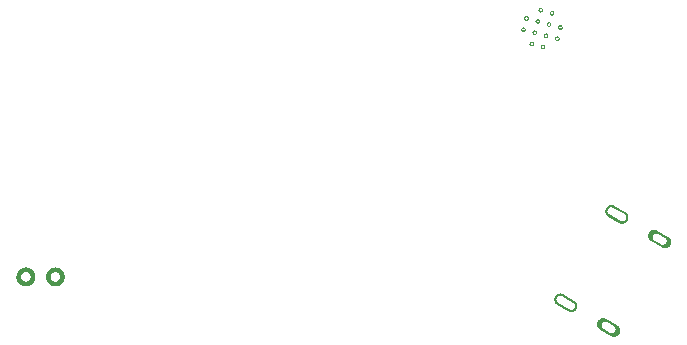
<source format=gbr>
%TF.GenerationSoftware,Flux,Pcbnew,7.0.11-7.0.11~ubuntu20.04.1*%
%TF.CreationDate,2024-08-16T09:23:18+00:00*%
%TF.ProjectId,input,696e7075-742e-46b6-9963-61645f706362,rev?*%
%TF.SameCoordinates,Original*%
%TF.FileFunction,Soldermask,Bot*%
%TF.FilePolarity,Negative*%
%FSLAX46Y46*%
G04 Gerber Fmt 4.6, Leading zero omitted, Abs format (unit mm)*
G04 Filename: betterflipperzero*
G04 Build it with Flux! Visit our site at: https://www.flux.ai (PCBNEW 7.0.11-7.0.11~ubuntu20.04.1) date 2024-08-16 09:23:18*
%MOMM*%
%LPD*%
G01*
G04 APERTURE LIST*
G04 APERTURE END LIST*
%TO.C,*%
G36*
X56418386Y-787935D02*
G01*
X56444068Y-790040D01*
X56469616Y-793404D01*
X56494968Y-798017D01*
X56520063Y-803868D01*
X56544841Y-810944D01*
X56569241Y-819227D01*
X56593206Y-828697D01*
X56616678Y-839332D01*
X56639599Y-851105D01*
X57571242Y-1388990D01*
X57592899Y-1402953D01*
X57613844Y-1417963D01*
X57634028Y-1433982D01*
X57653402Y-1450972D01*
X57671919Y-1468892D01*
X57689534Y-1487700D01*
X57706205Y-1507349D01*
X57721891Y-1527792D01*
X57736556Y-1548980D01*
X57750163Y-1570863D01*
X57762681Y-1593387D01*
X57774078Y-1616498D01*
X57784327Y-1640140D01*
X57793404Y-1664257D01*
X57801287Y-1688790D01*
X57807956Y-1713680D01*
X57813396Y-1738867D01*
X57817593Y-1764292D01*
X57820538Y-1789891D01*
X57822224Y-1815604D01*
X57822645Y-1841369D01*
X57821802Y-1867123D01*
X57819696Y-1892806D01*
X57816333Y-1918353D01*
X57811720Y-1943705D01*
X57805869Y-1968801D01*
X57798793Y-1993578D01*
X57790510Y-2017979D01*
X57781040Y-2041944D01*
X57770405Y-2065415D01*
X57758631Y-2088337D01*
X57745747Y-2110653D01*
X57731784Y-2132310D01*
X57716774Y-2153255D01*
X57700755Y-2173439D01*
X57683765Y-2192813D01*
X57665844Y-2211330D01*
X57647037Y-2228945D01*
X57627388Y-2245616D01*
X57606945Y-2261302D01*
X57585756Y-2275967D01*
X57563874Y-2289574D01*
X57541350Y-2302092D01*
X57518239Y-2313489D01*
X57494597Y-2323738D01*
X57470480Y-2332815D01*
X57445947Y-2340697D01*
X57421057Y-2347367D01*
X57395869Y-2352807D01*
X57370445Y-2357004D01*
X57344846Y-2359949D01*
X57319133Y-2361635D01*
X57293368Y-2362056D01*
X57267613Y-2361213D01*
X57241931Y-2359107D01*
X57216383Y-2355744D01*
X57191031Y-2351131D01*
X57165936Y-2345280D01*
X57141158Y-2338204D01*
X57116758Y-2329921D01*
X57092793Y-2320451D01*
X57069321Y-2309816D01*
X57046400Y-2298042D01*
X57024084Y-2285158D01*
X56114757Y-1760158D01*
X56093100Y-1746195D01*
X56072155Y-1731185D01*
X56051971Y-1715166D01*
X56032597Y-1698176D01*
X56014080Y-1680255D01*
X55996465Y-1661448D01*
X55979795Y-1641799D01*
X55964108Y-1621356D01*
X55949443Y-1600167D01*
X55935836Y-1578285D01*
X55923318Y-1555761D01*
X55911921Y-1532650D01*
X55901672Y-1509008D01*
X55892595Y-1484891D01*
X55884713Y-1460358D01*
X55878043Y-1435468D01*
X55872603Y-1410280D01*
X55868406Y-1384856D01*
X55865461Y-1359257D01*
X55863775Y-1333544D01*
X55863354Y-1307779D01*
X55863710Y-1296915D01*
X56041696Y-1296915D01*
X56041957Y-1312865D01*
X56043001Y-1328782D01*
X56044824Y-1344630D01*
X56047422Y-1360368D01*
X56050790Y-1375961D01*
X56054919Y-1391369D01*
X56059798Y-1406556D01*
X56065417Y-1421485D01*
X56071762Y-1436121D01*
X56078817Y-1450428D01*
X56086566Y-1464371D01*
X56094990Y-1477917D01*
X56104068Y-1491034D01*
X56113779Y-1503689D01*
X56124099Y-1515853D01*
X56135003Y-1527496D01*
X56146466Y-1538589D01*
X56158459Y-1549107D01*
X56170954Y-1559024D01*
X56183921Y-1568315D01*
X56197327Y-1576959D01*
X57149955Y-2126959D01*
X57163770Y-2134935D01*
X57177959Y-2142224D01*
X57192489Y-2148807D01*
X57207325Y-2154670D01*
X57222430Y-2159797D01*
X57237768Y-2164177D01*
X57253303Y-2167800D01*
X57268998Y-2170655D01*
X57284813Y-2172737D01*
X57300711Y-2174041D01*
X57316655Y-2174563D01*
X57332604Y-2174302D01*
X57348522Y-2173259D01*
X57364369Y-2171436D01*
X57380108Y-2168837D01*
X57395700Y-2165469D01*
X57411108Y-2161341D01*
X57426296Y-2156461D01*
X57441225Y-2150842D01*
X57455861Y-2144497D01*
X57470167Y-2137442D01*
X57484111Y-2129693D01*
X57497657Y-2121270D01*
X57510774Y-2112191D01*
X57523429Y-2102481D01*
X57535593Y-2092160D01*
X57547235Y-2081256D01*
X57558329Y-2069793D01*
X57568847Y-2057800D01*
X57578763Y-2045305D01*
X57588055Y-2032339D01*
X57596699Y-2018932D01*
X57604675Y-2005118D01*
X57611963Y-1990928D01*
X57618547Y-1976398D01*
X57624409Y-1961563D01*
X57629537Y-1946458D01*
X57633917Y-1931119D01*
X57637539Y-1915584D01*
X57640395Y-1899890D01*
X57642477Y-1884074D01*
X57643781Y-1868176D01*
X57644303Y-1852233D01*
X57644042Y-1836283D01*
X57642998Y-1820365D01*
X57641175Y-1804518D01*
X57638577Y-1788779D01*
X57635209Y-1773187D01*
X57631081Y-1757779D01*
X57626201Y-1742592D01*
X57620582Y-1727662D01*
X57614237Y-1713027D01*
X57607182Y-1698720D01*
X57599433Y-1684777D01*
X57591009Y-1671230D01*
X57581931Y-1658114D01*
X57572220Y-1645458D01*
X57561900Y-1633295D01*
X57550996Y-1621652D01*
X57539533Y-1610558D01*
X57527540Y-1600041D01*
X57515045Y-1590124D01*
X57502079Y-1580832D01*
X57488672Y-1572188D01*
X56522229Y-1014212D01*
X56508040Y-1006924D01*
X56493510Y-1000341D01*
X56478675Y-994478D01*
X56463569Y-989350D01*
X56448231Y-984970D01*
X56432696Y-981348D01*
X56417001Y-978492D01*
X56401186Y-976410D01*
X56385288Y-975107D01*
X56369344Y-974585D01*
X56353395Y-974846D01*
X56337477Y-975889D01*
X56321630Y-977712D01*
X56305891Y-980311D01*
X56290299Y-983678D01*
X56274891Y-987807D01*
X56259703Y-992687D01*
X56244774Y-998306D01*
X56230138Y-1004650D01*
X56215832Y-1011706D01*
X56201888Y-1019454D01*
X56188342Y-1027878D01*
X56175225Y-1036956D01*
X56162570Y-1046667D01*
X56150406Y-1056987D01*
X56138764Y-1067892D01*
X56127670Y-1079354D01*
X56117152Y-1091348D01*
X56107236Y-1103842D01*
X56097944Y-1116809D01*
X56089300Y-1130215D01*
X56081324Y-1144030D01*
X56074036Y-1158219D01*
X56067452Y-1172749D01*
X56061590Y-1187585D01*
X56056462Y-1202690D01*
X56052082Y-1218029D01*
X56048460Y-1233564D01*
X56045604Y-1249258D01*
X56043522Y-1265073D01*
X56042218Y-1280972D01*
X56041696Y-1296915D01*
X55863710Y-1296915D01*
X55864197Y-1282024D01*
X55866303Y-1256342D01*
X55869666Y-1230794D01*
X55874279Y-1205442D01*
X55880130Y-1180347D01*
X55887206Y-1155569D01*
X55895489Y-1131169D01*
X55904959Y-1107204D01*
X55915594Y-1083732D01*
X55927368Y-1060811D01*
X55940252Y-1038495D01*
X55954215Y-1016838D01*
X55969225Y-995892D01*
X55985244Y-975708D01*
X56002234Y-956335D01*
X56020155Y-937818D01*
X56038962Y-920203D01*
X56058611Y-903532D01*
X56079054Y-887845D01*
X56100243Y-873181D01*
X56122125Y-859573D01*
X56144649Y-847056D01*
X56167760Y-835659D01*
X56191402Y-825410D01*
X56215519Y-816333D01*
X56240052Y-808450D01*
X56264942Y-801781D01*
X56290130Y-796341D01*
X56315554Y-792143D01*
X56341153Y-789198D01*
X56366866Y-787513D01*
X56392631Y-787091D01*
X56418386Y-787935D01*
G37*
G36*
X52098404Y-8270405D02*
G01*
X52124086Y-8272510D01*
X52149634Y-8275874D01*
X52174986Y-8280487D01*
X52200081Y-8286338D01*
X52224859Y-8293414D01*
X52249260Y-8301697D01*
X52273225Y-8311167D01*
X52296696Y-8321802D01*
X52319617Y-8333575D01*
X53251260Y-8871460D01*
X53272917Y-8885423D01*
X53293863Y-8900433D01*
X53314047Y-8916452D01*
X53333420Y-8933442D01*
X53351937Y-8951362D01*
X53369552Y-8970170D01*
X53386223Y-8989819D01*
X53401910Y-9010262D01*
X53416574Y-9031451D01*
X53430182Y-9053333D01*
X53442699Y-9075857D01*
X53454096Y-9098968D01*
X53464345Y-9122610D01*
X53473422Y-9146727D01*
X53481305Y-9171260D01*
X53487974Y-9196150D01*
X53493414Y-9221337D01*
X53497612Y-9246762D01*
X53500557Y-9272361D01*
X53502242Y-9298074D01*
X53502664Y-9323839D01*
X53501821Y-9349593D01*
X53499715Y-9375276D01*
X53496351Y-9400823D01*
X53491738Y-9426175D01*
X53485887Y-9451271D01*
X53478811Y-9476048D01*
X53470528Y-9500449D01*
X53461058Y-9524414D01*
X53450423Y-9547886D01*
X53438650Y-9570807D01*
X53425766Y-9593123D01*
X53411802Y-9614780D01*
X53396792Y-9635725D01*
X53380773Y-9655909D01*
X53363783Y-9675283D01*
X53345863Y-9693800D01*
X53327055Y-9711415D01*
X53307406Y-9728086D01*
X53286963Y-9743772D01*
X53265775Y-9758437D01*
X53243892Y-9772044D01*
X53221368Y-9784562D01*
X53198257Y-9795959D01*
X53174615Y-9806208D01*
X53150498Y-9815285D01*
X53125965Y-9823168D01*
X53101075Y-9829837D01*
X53075888Y-9835277D01*
X53050464Y-9839474D01*
X53024864Y-9842419D01*
X52999151Y-9844105D01*
X52973386Y-9844526D01*
X52947632Y-9843683D01*
X52921949Y-9841577D01*
X52896402Y-9838214D01*
X52871050Y-9833601D01*
X52845954Y-9827750D01*
X52821177Y-9820674D01*
X52796776Y-9812391D01*
X52772811Y-9802921D01*
X52749340Y-9792286D01*
X52726418Y-9780512D01*
X52704102Y-9767628D01*
X51794776Y-9242628D01*
X51773119Y-9228665D01*
X51752173Y-9213655D01*
X51731989Y-9197636D01*
X51712615Y-9180646D01*
X51694099Y-9162725D01*
X51676484Y-9143918D01*
X51659813Y-9124269D01*
X51644126Y-9103826D01*
X51629461Y-9082637D01*
X51615854Y-9060755D01*
X51603337Y-9038231D01*
X51591940Y-9015120D01*
X51581690Y-8991478D01*
X51572613Y-8967361D01*
X51564731Y-8942828D01*
X51558062Y-8917938D01*
X51552622Y-8892750D01*
X51548424Y-8867326D01*
X51545479Y-8841727D01*
X51543794Y-8816014D01*
X51543372Y-8790249D01*
X51543728Y-8779385D01*
X51721715Y-8779385D01*
X51721976Y-8795335D01*
X51723019Y-8811252D01*
X51724842Y-8827100D01*
X51727441Y-8842838D01*
X51730808Y-8858431D01*
X51734937Y-8873839D01*
X51739817Y-8889026D01*
X51745436Y-8903955D01*
X51751780Y-8918591D01*
X51758836Y-8932898D01*
X51766584Y-8946841D01*
X51775008Y-8960387D01*
X51784086Y-8973504D01*
X51793797Y-8986159D01*
X51804117Y-8998323D01*
X51815022Y-9009966D01*
X51826484Y-9021059D01*
X51838478Y-9031577D01*
X51850972Y-9041494D01*
X51863939Y-9050785D01*
X51877345Y-9059429D01*
X52829973Y-9609429D01*
X52843788Y-9617405D01*
X52857977Y-9624694D01*
X52872507Y-9631277D01*
X52887343Y-9637140D01*
X52902448Y-9642267D01*
X52917787Y-9646647D01*
X52933322Y-9650270D01*
X52949016Y-9653125D01*
X52964831Y-9655207D01*
X52980730Y-9656511D01*
X52996673Y-9657033D01*
X53012623Y-9656772D01*
X53028540Y-9655729D01*
X53044388Y-9653906D01*
X53060126Y-9651307D01*
X53075719Y-9647940D01*
X53091127Y-9643811D01*
X53106314Y-9638931D01*
X53121243Y-9633312D01*
X53135879Y-9626967D01*
X53150186Y-9619912D01*
X53164129Y-9612163D01*
X53177675Y-9603740D01*
X53190792Y-9594661D01*
X53203447Y-9584951D01*
X53215611Y-9574631D01*
X53227254Y-9563726D01*
X53238347Y-9552263D01*
X53248865Y-9540270D01*
X53258782Y-9527775D01*
X53268073Y-9514809D01*
X53276717Y-9501402D01*
X53284693Y-9487588D01*
X53291982Y-9473398D01*
X53298565Y-9458868D01*
X53304428Y-9444033D01*
X53309555Y-9428928D01*
X53313935Y-9413589D01*
X53317558Y-9398054D01*
X53320413Y-9382360D01*
X53322495Y-9366544D01*
X53323799Y-9350646D01*
X53324321Y-9334703D01*
X53324060Y-9318753D01*
X53323017Y-9302835D01*
X53321194Y-9286988D01*
X53318595Y-9271249D01*
X53315227Y-9255657D01*
X53311099Y-9240249D01*
X53306219Y-9225062D01*
X53300600Y-9210132D01*
X53294255Y-9195497D01*
X53287200Y-9181190D01*
X53279451Y-9167247D01*
X53271028Y-9153700D01*
X53261949Y-9140584D01*
X53252239Y-9127928D01*
X53241918Y-9115765D01*
X53231014Y-9104122D01*
X53219551Y-9093028D01*
X53207558Y-9082511D01*
X53195063Y-9072594D01*
X53182097Y-9063303D01*
X53168690Y-9054658D01*
X52202248Y-8496682D01*
X52188058Y-8489394D01*
X52173528Y-8482811D01*
X52158693Y-8476948D01*
X52143588Y-8471821D01*
X52128249Y-8467440D01*
X52112714Y-8463818D01*
X52097020Y-8460962D01*
X52081204Y-8458880D01*
X52065306Y-8457577D01*
X52049363Y-8457055D01*
X52033413Y-8457316D01*
X52017495Y-8458359D01*
X52001648Y-8460182D01*
X51985909Y-8462781D01*
X51970317Y-8466148D01*
X51954909Y-8470277D01*
X51939722Y-8475157D01*
X51924792Y-8480776D01*
X51910157Y-8487120D01*
X51895850Y-8494176D01*
X51881907Y-8501924D01*
X51868360Y-8510348D01*
X51855244Y-8519426D01*
X51842588Y-8529137D01*
X51830425Y-8539457D01*
X51818782Y-8550362D01*
X51807688Y-8561824D01*
X51797171Y-8573818D01*
X51787254Y-8586312D01*
X51777962Y-8599279D01*
X51769318Y-8612686D01*
X51761342Y-8626500D01*
X51754054Y-8640690D01*
X51747471Y-8655219D01*
X51741608Y-8670055D01*
X51736481Y-8685160D01*
X51732100Y-8700499D01*
X51728478Y-8716034D01*
X51725622Y-8731728D01*
X51723540Y-8747543D01*
X51722237Y-8763442D01*
X51721715Y-8779385D01*
X51543728Y-8779385D01*
X51544215Y-8764494D01*
X51546321Y-8738812D01*
X51549684Y-8713264D01*
X51554297Y-8687912D01*
X51560149Y-8662817D01*
X51567224Y-8638039D01*
X51575507Y-8613639D01*
X51584978Y-8589674D01*
X51595612Y-8566202D01*
X51607386Y-8543281D01*
X51620270Y-8520965D01*
X51634234Y-8499308D01*
X51649243Y-8478362D01*
X51665262Y-8458178D01*
X51682253Y-8438805D01*
X51700173Y-8420288D01*
X51718980Y-8402673D01*
X51738629Y-8386002D01*
X51759073Y-8370315D01*
X51780261Y-8355651D01*
X51802144Y-8342043D01*
X51824667Y-8329526D01*
X51847778Y-8318129D01*
X51871421Y-8307880D01*
X51895537Y-8298803D01*
X51920070Y-8290920D01*
X51944961Y-8284251D01*
X51970148Y-8278811D01*
X51995572Y-8274613D01*
X52021172Y-8271668D01*
X52046885Y-8269983D01*
X52072650Y-8269561D01*
X52098404Y-8270405D01*
G37*
G36*
X55718395Y-10360396D02*
G01*
X55744078Y-10362502D01*
X55769625Y-10365865D01*
X55794977Y-10370478D01*
X55820073Y-10376329D01*
X55844850Y-10383405D01*
X55869251Y-10391688D01*
X55893216Y-10401158D01*
X55916687Y-10411793D01*
X55939609Y-10423567D01*
X56871251Y-10961451D01*
X56892908Y-10975414D01*
X56913854Y-10990424D01*
X56934038Y-11006443D01*
X56953412Y-11023433D01*
X56971928Y-11041353D01*
X56989543Y-11060161D01*
X57006214Y-11079810D01*
X57021901Y-11100253D01*
X57036566Y-11121442D01*
X57050173Y-11143324D01*
X57062690Y-11165848D01*
X57074087Y-11188959D01*
X57084337Y-11212601D01*
X57093414Y-11236718D01*
X57101296Y-11261251D01*
X57107965Y-11286141D01*
X57113405Y-11311329D01*
X57117603Y-11336753D01*
X57120548Y-11362352D01*
X57122233Y-11388065D01*
X57122655Y-11413830D01*
X57121812Y-11439585D01*
X57119706Y-11465267D01*
X57116343Y-11490815D01*
X57111730Y-11516167D01*
X57105878Y-11541262D01*
X57098803Y-11566040D01*
X57090520Y-11590440D01*
X57081049Y-11614405D01*
X57070415Y-11637877D01*
X57058641Y-11660798D01*
X57045757Y-11683114D01*
X57031793Y-11704771D01*
X57016784Y-11725717D01*
X57000765Y-11745901D01*
X56983774Y-11765274D01*
X56965854Y-11783791D01*
X56947047Y-11801406D01*
X56927398Y-11818077D01*
X56906954Y-11833763D01*
X56885766Y-11848428D01*
X56863883Y-11862036D01*
X56841360Y-11874553D01*
X56818249Y-11885950D01*
X56794606Y-11896199D01*
X56770490Y-11905276D01*
X56745957Y-11913159D01*
X56721066Y-11919828D01*
X56695879Y-11925268D01*
X56670455Y-11929466D01*
X56644855Y-11932411D01*
X56619142Y-11934096D01*
X56593377Y-11934517D01*
X56567623Y-11933674D01*
X56541941Y-11931569D01*
X56516393Y-11928205D01*
X56491041Y-11923592D01*
X56465946Y-11917741D01*
X56441168Y-11910665D01*
X56416767Y-11902382D01*
X56392802Y-11892912D01*
X56369331Y-11882277D01*
X56346410Y-11870504D01*
X56324094Y-11857619D01*
X55414767Y-11332619D01*
X55393110Y-11318656D01*
X55372164Y-11303646D01*
X55351980Y-11287627D01*
X55332607Y-11270637D01*
X55314090Y-11252717D01*
X55296475Y-11233909D01*
X55279804Y-11214260D01*
X55264117Y-11193817D01*
X55249453Y-11172628D01*
X55235845Y-11150746D01*
X55223328Y-11128222D01*
X55211931Y-11105111D01*
X55201682Y-11081469D01*
X55192605Y-11057352D01*
X55184722Y-11032819D01*
X55178053Y-11007929D01*
X55175126Y-10994376D01*
X55558212Y-10994376D01*
X55558473Y-11010326D01*
X55559517Y-11026243D01*
X55561340Y-11042091D01*
X55563938Y-11057829D01*
X55567306Y-11073422D01*
X55571435Y-11088830D01*
X55576314Y-11104017D01*
X55581933Y-11118947D01*
X55588278Y-11133582D01*
X55595333Y-11147889D01*
X55603082Y-11161832D01*
X55611506Y-11175379D01*
X55620584Y-11188495D01*
X55630295Y-11201151D01*
X55640615Y-11213314D01*
X55651519Y-11224957D01*
X55662982Y-11236051D01*
X55674975Y-11246568D01*
X55687470Y-11256485D01*
X55700436Y-11265776D01*
X55713843Y-11274421D01*
X56233458Y-11574421D01*
X56247273Y-11582396D01*
X56261462Y-11589685D01*
X56275992Y-11596268D01*
X56290828Y-11602131D01*
X56305933Y-11607258D01*
X56321272Y-11611639D01*
X56336807Y-11615261D01*
X56352501Y-11618117D01*
X56368316Y-11620199D01*
X56384215Y-11621502D01*
X56400158Y-11622024D01*
X56416108Y-11621763D01*
X56432025Y-11620720D01*
X56447872Y-11618897D01*
X56463611Y-11616298D01*
X56479204Y-11612931D01*
X56494612Y-11608802D01*
X56509799Y-11603922D01*
X56524728Y-11598303D01*
X56539364Y-11591959D01*
X56553671Y-11584903D01*
X56567614Y-11577154D01*
X56581160Y-11568731D01*
X56594277Y-11559653D01*
X56606932Y-11549942D01*
X56619096Y-11539622D01*
X56630739Y-11528717D01*
X56641832Y-11517254D01*
X56652350Y-11505261D01*
X56662267Y-11492766D01*
X56671558Y-11479800D01*
X56680202Y-11466393D01*
X56688178Y-11452579D01*
X56695467Y-11438389D01*
X56702050Y-11423859D01*
X56707913Y-11409024D01*
X56713040Y-11393919D01*
X56717420Y-11378580D01*
X56721043Y-11363045D01*
X56723898Y-11347351D01*
X56725980Y-11331536D01*
X56727284Y-11315637D01*
X56727806Y-11299694D01*
X56727545Y-11283744D01*
X56726502Y-11267827D01*
X56724679Y-11251979D01*
X56722080Y-11236241D01*
X56718712Y-11220648D01*
X56714584Y-11205240D01*
X56709704Y-11190053D01*
X56704085Y-11175124D01*
X56697740Y-11160488D01*
X56690685Y-11146181D01*
X56682936Y-11132238D01*
X56674513Y-11118692D01*
X56665434Y-11105575D01*
X56655724Y-11092919D01*
X56645403Y-11080756D01*
X56634499Y-11069113D01*
X56623036Y-11058020D01*
X56611043Y-11047502D01*
X56598548Y-11037585D01*
X56585582Y-11028294D01*
X56572175Y-11019649D01*
X56038745Y-10711674D01*
X56024556Y-10704385D01*
X56010026Y-10697802D01*
X55995191Y-10691939D01*
X55980085Y-10686812D01*
X55964747Y-10682431D01*
X55949212Y-10678809D01*
X55933517Y-10675954D01*
X55917702Y-10673871D01*
X55901804Y-10672568D01*
X55885860Y-10672046D01*
X55869911Y-10672307D01*
X55853993Y-10673350D01*
X55838146Y-10675173D01*
X55822407Y-10677772D01*
X55806815Y-10681139D01*
X55791407Y-10685268D01*
X55776219Y-10690148D01*
X55761290Y-10695767D01*
X55746654Y-10702112D01*
X55732348Y-10709167D01*
X55718404Y-10716916D01*
X55704858Y-10725339D01*
X55691741Y-10734417D01*
X55679086Y-10744128D01*
X55666922Y-10754448D01*
X55655280Y-10765353D01*
X55644186Y-10776816D01*
X55633668Y-10788809D01*
X55623752Y-10801304D01*
X55614460Y-10814270D01*
X55605816Y-10827677D01*
X55597840Y-10841491D01*
X55590552Y-10855681D01*
X55583968Y-10870211D01*
X55578106Y-10885046D01*
X55572978Y-10900151D01*
X55568598Y-10915490D01*
X55564976Y-10931025D01*
X55562120Y-10946719D01*
X55560038Y-10962534D01*
X55558734Y-10978433D01*
X55558212Y-10994376D01*
X55175126Y-10994376D01*
X55172613Y-10982741D01*
X55168415Y-10957317D01*
X55165470Y-10931718D01*
X55163785Y-10906005D01*
X55163363Y-10880240D01*
X55164207Y-10854485D01*
X55166312Y-10828803D01*
X55169676Y-10803256D01*
X55174289Y-10777903D01*
X55180140Y-10752808D01*
X55187216Y-10728031D01*
X55195499Y-10703630D01*
X55204969Y-10679665D01*
X55215604Y-10656193D01*
X55227377Y-10633272D01*
X55240261Y-10610956D01*
X55254225Y-10589299D01*
X55269235Y-10568354D01*
X55285254Y-10548170D01*
X55302244Y-10528796D01*
X55320164Y-10510279D01*
X55338972Y-10492664D01*
X55358621Y-10475993D01*
X55379064Y-10460307D01*
X55400252Y-10445642D01*
X55422135Y-10432034D01*
X55444659Y-10419517D01*
X55467770Y-10408120D01*
X55491412Y-10397871D01*
X55515529Y-10388794D01*
X55540062Y-10380911D01*
X55564952Y-10374242D01*
X55590139Y-10368802D01*
X55615564Y-10364605D01*
X55641163Y-10361660D01*
X55666876Y-10359974D01*
X55692641Y-10359553D01*
X55718395Y-10360396D01*
G37*
G36*
X60038377Y-2877926D02*
G01*
X60064059Y-2880031D01*
X60089607Y-2883395D01*
X60114959Y-2888008D01*
X60140054Y-2893859D01*
X60164832Y-2900935D01*
X60189233Y-2909218D01*
X60213198Y-2918688D01*
X60236669Y-2929323D01*
X60259590Y-2941096D01*
X61191233Y-3478981D01*
X61212890Y-3492944D01*
X61233836Y-3507954D01*
X61254020Y-3523973D01*
X61273393Y-3540963D01*
X61291910Y-3558883D01*
X61309525Y-3577691D01*
X61326196Y-3597340D01*
X61341883Y-3617783D01*
X61356547Y-3638972D01*
X61370155Y-3660854D01*
X61382672Y-3683378D01*
X61394069Y-3706489D01*
X61404318Y-3730131D01*
X61413395Y-3754248D01*
X61421278Y-3778781D01*
X61427947Y-3803671D01*
X61433387Y-3828859D01*
X61437585Y-3854283D01*
X61440530Y-3879882D01*
X61442215Y-3905595D01*
X61442637Y-3931360D01*
X61441793Y-3957115D01*
X61439688Y-3982797D01*
X61436324Y-4008344D01*
X61431711Y-4033697D01*
X61425860Y-4058792D01*
X61418784Y-4083569D01*
X61410501Y-4107970D01*
X61401031Y-4131935D01*
X61390396Y-4155407D01*
X61378623Y-4178328D01*
X61365739Y-4200644D01*
X61351775Y-4222301D01*
X61336765Y-4243246D01*
X61320746Y-4263430D01*
X61303756Y-4282804D01*
X61285836Y-4301321D01*
X61267028Y-4318936D01*
X61247379Y-4335607D01*
X61226936Y-4351293D01*
X61205748Y-4365958D01*
X61183865Y-4379566D01*
X61161341Y-4392083D01*
X61138230Y-4403480D01*
X61114588Y-4413729D01*
X61090471Y-4422806D01*
X61065938Y-4430689D01*
X61041048Y-4437358D01*
X61015861Y-4442798D01*
X60990436Y-4446995D01*
X60964837Y-4449940D01*
X60939124Y-4451626D01*
X60913359Y-4452047D01*
X60887605Y-4451204D01*
X60861922Y-4449098D01*
X60836375Y-4445735D01*
X60811023Y-4441122D01*
X60785927Y-4435271D01*
X60761150Y-4428195D01*
X60736749Y-4419912D01*
X60712784Y-4410442D01*
X60689313Y-4399807D01*
X60666391Y-4388033D01*
X60644075Y-4375149D01*
X59734749Y-3850149D01*
X59713092Y-3836186D01*
X59692146Y-3821176D01*
X59671962Y-3805157D01*
X59652588Y-3788167D01*
X59634072Y-3770247D01*
X59616457Y-3751439D01*
X59599786Y-3731790D01*
X59584099Y-3711347D01*
X59569434Y-3690158D01*
X59555827Y-3668276D01*
X59543310Y-3645752D01*
X59531913Y-3622641D01*
X59521663Y-3598999D01*
X59512586Y-3574882D01*
X59504704Y-3550349D01*
X59498035Y-3525459D01*
X59495108Y-3511906D01*
X59878194Y-3511906D01*
X59878455Y-3527856D01*
X59879498Y-3543773D01*
X59881321Y-3559621D01*
X59883920Y-3575359D01*
X59887288Y-3590952D01*
X59891416Y-3606360D01*
X59896296Y-3621547D01*
X59901915Y-3636476D01*
X59908260Y-3651112D01*
X59915315Y-3665419D01*
X59923064Y-3679362D01*
X59931487Y-3692908D01*
X59940566Y-3706025D01*
X59950276Y-3718681D01*
X59960597Y-3730844D01*
X59971501Y-3742487D01*
X59982964Y-3753580D01*
X59994957Y-3764098D01*
X60007452Y-3774015D01*
X60020418Y-3783306D01*
X60033825Y-3791951D01*
X60553440Y-4091951D01*
X60567255Y-4099926D01*
X60581444Y-4107215D01*
X60595974Y-4113798D01*
X60610809Y-4119661D01*
X60625915Y-4124788D01*
X60641253Y-4129169D01*
X60656788Y-4132791D01*
X60672483Y-4135646D01*
X60688298Y-4137729D01*
X60704196Y-4139032D01*
X60720140Y-4139554D01*
X60736089Y-4139293D01*
X60752007Y-4138250D01*
X60767854Y-4136427D01*
X60783593Y-4133828D01*
X60799185Y-4130461D01*
X60814593Y-4126332D01*
X60829781Y-4121452D01*
X60844710Y-4115833D01*
X60859346Y-4109488D01*
X60873652Y-4102433D01*
X60887596Y-4094684D01*
X60901142Y-4086261D01*
X60914259Y-4077183D01*
X60926914Y-4067472D01*
X60939078Y-4057152D01*
X60950720Y-4046247D01*
X60961814Y-4034784D01*
X60972332Y-4022791D01*
X60982248Y-4010296D01*
X60991540Y-3997330D01*
X61000184Y-3983923D01*
X61008160Y-3970109D01*
X61015448Y-3955919D01*
X61022032Y-3941389D01*
X61027894Y-3926554D01*
X61033022Y-3911449D01*
X61037402Y-3896110D01*
X61041024Y-3880575D01*
X61043880Y-3864881D01*
X61045962Y-3849066D01*
X61047266Y-3833167D01*
X61047788Y-3817224D01*
X61047527Y-3801274D01*
X61046483Y-3785357D01*
X61044660Y-3769509D01*
X61042062Y-3753771D01*
X61038694Y-3738178D01*
X61034565Y-3722770D01*
X61029686Y-3707583D01*
X61024067Y-3692653D01*
X61017722Y-3678018D01*
X61010667Y-3663711D01*
X61002918Y-3649768D01*
X60994494Y-3636221D01*
X60985416Y-3623105D01*
X60975705Y-3610449D01*
X60965385Y-3598286D01*
X60954481Y-3586643D01*
X60943018Y-3575549D01*
X60931025Y-3565032D01*
X60918530Y-3555115D01*
X60905564Y-3545824D01*
X60892157Y-3537179D01*
X60358727Y-3229204D01*
X60344538Y-3221915D01*
X60330008Y-3215332D01*
X60315172Y-3209469D01*
X60300067Y-3204342D01*
X60284728Y-3199961D01*
X60269193Y-3196339D01*
X60253499Y-3193483D01*
X60237684Y-3191401D01*
X60221785Y-3190098D01*
X60205842Y-3189576D01*
X60189892Y-3189837D01*
X60173975Y-3190880D01*
X60158128Y-3192703D01*
X60142389Y-3195302D01*
X60126796Y-3198669D01*
X60111388Y-3202798D01*
X60096201Y-3207678D01*
X60081272Y-3213297D01*
X60066636Y-3219641D01*
X60052329Y-3226697D01*
X60038386Y-3234446D01*
X60024840Y-3242869D01*
X60011723Y-3251947D01*
X59999068Y-3261658D01*
X59986904Y-3271978D01*
X59975261Y-3282883D01*
X59964168Y-3294346D01*
X59953650Y-3306339D01*
X59943733Y-3318834D01*
X59934442Y-3331800D01*
X59925798Y-3345207D01*
X59917822Y-3359021D01*
X59910533Y-3373211D01*
X59903950Y-3387741D01*
X59898087Y-3402576D01*
X59892960Y-3417681D01*
X59888580Y-3433020D01*
X59884957Y-3448555D01*
X59882102Y-3464249D01*
X59880020Y-3480064D01*
X59878716Y-3495963D01*
X59878194Y-3511906D01*
X59495108Y-3511906D01*
X59492595Y-3500271D01*
X59488397Y-3474847D01*
X59485452Y-3449248D01*
X59483767Y-3423535D01*
X59483345Y-3397770D01*
X59484188Y-3372015D01*
X59486294Y-3346333D01*
X59489657Y-3320785D01*
X59494270Y-3295433D01*
X59500122Y-3270338D01*
X59507197Y-3245560D01*
X59515480Y-3221160D01*
X59524951Y-3197195D01*
X59535585Y-3173723D01*
X59547359Y-3150802D01*
X59560243Y-3128486D01*
X59574207Y-3106829D01*
X59589216Y-3085883D01*
X59605235Y-3065699D01*
X59622226Y-3046326D01*
X59640146Y-3027809D01*
X59658953Y-3010194D01*
X59678602Y-2993523D01*
X59699046Y-2977837D01*
X59720234Y-2963172D01*
X59742117Y-2949564D01*
X59764640Y-2937047D01*
X59787751Y-2925650D01*
X59811394Y-2915401D01*
X59835510Y-2906324D01*
X59860043Y-2898441D01*
X59884934Y-2891772D01*
X59910121Y-2886332D01*
X59935545Y-2882134D01*
X59961145Y-2879189D01*
X59986858Y-2877504D01*
X60012623Y-2877083D01*
X60038377Y-2877926D01*
G37*
G36*
X51813263Y13490376D02*
G01*
X51823059Y13489734D01*
X51832811Y13488612D01*
X51842496Y13487013D01*
X51852091Y13484941D01*
X51861573Y13482400D01*
X51870919Y13479397D01*
X51880107Y13475939D01*
X51889113Y13472035D01*
X51897917Y13467693D01*
X51906498Y13462925D01*
X51914834Y13457741D01*
X51922906Y13452154D01*
X51930694Y13446178D01*
X51938179Y13439828D01*
X51945344Y13433117D01*
X51952171Y13426063D01*
X51958643Y13418683D01*
X51964746Y13410994D01*
X51970464Y13403014D01*
X51975783Y13394764D01*
X51980691Y13386263D01*
X51985176Y13377531D01*
X51989228Y13368589D01*
X51992836Y13359460D01*
X51995991Y13350164D01*
X51998686Y13340725D01*
X52000916Y13331165D01*
X52002673Y13321507D01*
X52003954Y13311775D01*
X52004756Y13301991D01*
X52005078Y13292180D01*
X52004917Y13282365D01*
X52004275Y13272569D01*
X52003153Y13262817D01*
X52001554Y13253131D01*
X51999482Y13243536D01*
X51996941Y13234054D01*
X51993938Y13224708D01*
X51990480Y13215521D01*
X51986576Y13206514D01*
X51982234Y13197710D01*
X51977465Y13189130D01*
X51972282Y13180794D01*
X51966695Y13172722D01*
X51960719Y13164934D01*
X51954368Y13157449D01*
X51947658Y13150284D01*
X51940604Y13143457D01*
X51933223Y13136985D01*
X51925534Y13130882D01*
X51917555Y13125164D01*
X51909305Y13119845D01*
X51900803Y13114936D01*
X51892072Y13110451D01*
X51883130Y13106400D01*
X51874001Y13102792D01*
X51864705Y13099637D01*
X51855266Y13096941D01*
X51845706Y13094712D01*
X51836048Y13092955D01*
X51826315Y13091674D01*
X51816532Y13090871D01*
X51806720Y13090550D01*
X51796905Y13090711D01*
X51787110Y13091353D01*
X51777358Y13092475D01*
X51767672Y13094074D01*
X51758077Y13096146D01*
X51748595Y13098687D01*
X51739249Y13101690D01*
X51730062Y13105148D01*
X51721055Y13109052D01*
X51712251Y13113394D01*
X51703671Y13118162D01*
X51695334Y13123346D01*
X51687263Y13128933D01*
X51679475Y13134909D01*
X51671989Y13141259D01*
X51664825Y13147970D01*
X51657998Y13155024D01*
X51651525Y13162404D01*
X51645423Y13170093D01*
X51639705Y13178073D01*
X51634385Y13186323D01*
X51629477Y13194824D01*
X51624992Y13203556D01*
X51620941Y13212498D01*
X51617333Y13221627D01*
X51614178Y13230923D01*
X51611482Y13240362D01*
X51609253Y13249922D01*
X51607496Y13259580D01*
X51606214Y13269312D01*
X51605412Y13279096D01*
X51605091Y13288907D01*
X51605104Y13289725D01*
X51705088Y13289725D01*
X51705248Y13284820D01*
X51705649Y13279928D01*
X51706290Y13275062D01*
X51707169Y13270233D01*
X51708283Y13265453D01*
X51709631Y13260733D01*
X51711209Y13256085D01*
X51713012Y13251521D01*
X51715038Y13247050D01*
X51717281Y13242684D01*
X51719735Y13238433D01*
X51722395Y13234308D01*
X51725254Y13230318D01*
X51728305Y13226474D01*
X51731541Y13222784D01*
X51734954Y13219257D01*
X51738537Y13215901D01*
X51742279Y13212726D01*
X51746173Y13209738D01*
X51750209Y13206945D01*
X51754377Y13204353D01*
X51758668Y13201969D01*
X51763070Y13199798D01*
X51767573Y13197846D01*
X51772167Y13196117D01*
X51776840Y13194615D01*
X51781581Y13193345D01*
X51786378Y13192309D01*
X51791221Y13191509D01*
X51796097Y13190948D01*
X51800995Y13190627D01*
X51805902Y13190547D01*
X51810808Y13190707D01*
X51815700Y13191109D01*
X51820566Y13191749D01*
X51825395Y13192628D01*
X51830175Y13193742D01*
X51834895Y13195090D01*
X51839542Y13196668D01*
X51844107Y13198472D01*
X51848578Y13200497D01*
X51852944Y13202740D01*
X51857195Y13205194D01*
X51861320Y13207854D01*
X51865309Y13210713D01*
X51869154Y13213764D01*
X51872844Y13217000D01*
X51876371Y13220414D01*
X51879726Y13223996D01*
X51882902Y13227739D01*
X51885890Y13231633D01*
X51888683Y13235669D01*
X51891275Y13239837D01*
X51893659Y13244127D01*
X51895830Y13248529D01*
X51897782Y13253032D01*
X51899511Y13257626D01*
X51901013Y13262299D01*
X51902283Y13267040D01*
X51903319Y13271837D01*
X51904119Y13276680D01*
X51904680Y13281556D01*
X51905001Y13286454D01*
X51905081Y13291362D01*
X51904920Y13296267D01*
X51904519Y13301159D01*
X51903879Y13306025D01*
X51903000Y13310854D01*
X51901885Y13315634D01*
X51900538Y13320354D01*
X51898960Y13325002D01*
X51897156Y13329566D01*
X51895130Y13334037D01*
X51892888Y13338403D01*
X51890434Y13342654D01*
X51887774Y13346779D01*
X51884915Y13350769D01*
X51881864Y13354613D01*
X51878627Y13358303D01*
X51875214Y13361830D01*
X51871632Y13365186D01*
X51867889Y13368361D01*
X51863995Y13371349D01*
X51859959Y13374142D01*
X51855791Y13376734D01*
X51851501Y13379118D01*
X51847099Y13381289D01*
X51842595Y13383241D01*
X51838002Y13384970D01*
X51833329Y13386472D01*
X51828588Y13387742D01*
X51823790Y13388778D01*
X51818948Y13389578D01*
X51814071Y13390139D01*
X51809174Y13390460D01*
X51804266Y13390540D01*
X51799361Y13390380D01*
X51794469Y13389978D01*
X51789602Y13389338D01*
X51784773Y13388459D01*
X51779993Y13387345D01*
X51775274Y13385997D01*
X51770626Y13384419D01*
X51766061Y13382615D01*
X51761591Y13380590D01*
X51757225Y13378347D01*
X51752974Y13375893D01*
X51748849Y13373233D01*
X51744859Y13370374D01*
X51741015Y13367323D01*
X51737324Y13364087D01*
X51733797Y13360673D01*
X51730442Y13357091D01*
X51727267Y13353348D01*
X51724279Y13349454D01*
X51721486Y13345418D01*
X51718894Y13341250D01*
X51716509Y13336960D01*
X51714339Y13332558D01*
X51712386Y13328055D01*
X51710657Y13323461D01*
X51709156Y13318788D01*
X51707886Y13314047D01*
X51706849Y13309249D01*
X51706050Y13304407D01*
X51705489Y13299531D01*
X51705168Y13294633D01*
X51705088Y13289725D01*
X51605104Y13289725D01*
X51605252Y13298722D01*
X51605894Y13308518D01*
X51607015Y13318270D01*
X51608615Y13327955D01*
X51610687Y13337551D01*
X51613228Y13347033D01*
X51616231Y13356379D01*
X51619688Y13365566D01*
X51623593Y13374572D01*
X51627935Y13383377D01*
X51632703Y13391957D01*
X51637887Y13400293D01*
X51643473Y13408365D01*
X51649449Y13416153D01*
X51655800Y13423638D01*
X51662511Y13430803D01*
X51669565Y13437630D01*
X51676945Y13444102D01*
X51684634Y13450205D01*
X51692613Y13455923D01*
X51700864Y13461242D01*
X51709365Y13466150D01*
X51718097Y13470636D01*
X51727038Y13474687D01*
X51736168Y13478295D01*
X51745463Y13481450D01*
X51754903Y13484146D01*
X51764463Y13486375D01*
X51774121Y13488132D01*
X51783853Y13489413D01*
X51793637Y13490216D01*
X51803448Y13490537D01*
X51813263Y13490376D01*
G37*
G36*
X50600829Y12790375D02*
G01*
X50610624Y12789733D01*
X50620376Y12788611D01*
X50630062Y12787012D01*
X50639657Y12784939D01*
X50649139Y12782399D01*
X50658485Y12779396D01*
X50667672Y12775938D01*
X50676679Y12772033D01*
X50685483Y12767692D01*
X50694063Y12762923D01*
X50702399Y12757739D01*
X50710471Y12752153D01*
X50718259Y12746177D01*
X50725744Y12739826D01*
X50732909Y12733116D01*
X50739736Y12726062D01*
X50746208Y12718681D01*
X50752311Y12710992D01*
X50758029Y12703013D01*
X50763348Y12694763D01*
X50768257Y12686261D01*
X50772742Y12677529D01*
X50776793Y12668588D01*
X50780401Y12659458D01*
X50783556Y12650163D01*
X50786252Y12640724D01*
X50788481Y12631164D01*
X50790238Y12621506D01*
X50791519Y12611773D01*
X50792322Y12601989D01*
X50792643Y12592178D01*
X50792482Y12582363D01*
X50791840Y12572568D01*
X50790718Y12562815D01*
X50789119Y12553130D01*
X50787047Y12543535D01*
X50784506Y12534053D01*
X50781503Y12524707D01*
X50778045Y12515520D01*
X50774141Y12506513D01*
X50769799Y12497709D01*
X50765031Y12489128D01*
X50759847Y12480792D01*
X50754260Y12472720D01*
X50748284Y12464932D01*
X50741934Y12457447D01*
X50735223Y12450282D01*
X50728169Y12443456D01*
X50720789Y12436983D01*
X50713100Y12430881D01*
X50705120Y12425163D01*
X50696870Y12419843D01*
X50688369Y12414935D01*
X50679637Y12410450D01*
X50670695Y12406398D01*
X50661566Y12402791D01*
X50652270Y12399635D01*
X50642831Y12396940D01*
X50633271Y12394711D01*
X50623613Y12392953D01*
X50613881Y12391672D01*
X50604097Y12390870D01*
X50594286Y12390549D01*
X50584471Y12390709D01*
X50574675Y12391351D01*
X50564923Y12392473D01*
X50555238Y12394072D01*
X50545642Y12396145D01*
X50536160Y12398685D01*
X50526814Y12401688D01*
X50517627Y12405146D01*
X50508621Y12409051D01*
X50499816Y12413392D01*
X50491236Y12418161D01*
X50482900Y12423345D01*
X50474828Y12428931D01*
X50467040Y12434907D01*
X50459555Y12441258D01*
X50452390Y12447968D01*
X50445563Y12455022D01*
X50439091Y12462403D01*
X50432988Y12470092D01*
X50427270Y12478071D01*
X50421951Y12486321D01*
X50417043Y12494823D01*
X50412557Y12503555D01*
X50408506Y12512496D01*
X50404898Y12521626D01*
X50401743Y12530921D01*
X50399047Y12540360D01*
X50396818Y12549920D01*
X50395061Y12559578D01*
X50393780Y12569311D01*
X50392977Y12579095D01*
X50392656Y12588906D01*
X50392669Y12589724D01*
X50492653Y12589724D01*
X50492813Y12584818D01*
X50493215Y12579926D01*
X50493855Y12575060D01*
X50494734Y12570231D01*
X50495848Y12565451D01*
X50497196Y12560732D01*
X50498774Y12556084D01*
X50500578Y12551519D01*
X50502603Y12547048D01*
X50504846Y12542682D01*
X50507300Y12538432D01*
X50509960Y12534307D01*
X50512819Y12530317D01*
X50515870Y12526472D01*
X50519106Y12522782D01*
X50522520Y12519255D01*
X50526102Y12515900D01*
X50529845Y12512725D01*
X50533739Y12509737D01*
X50537775Y12506943D01*
X50541943Y12504351D01*
X50546233Y12501967D01*
X50550635Y12499796D01*
X50555138Y12497844D01*
X50559732Y12496115D01*
X50564405Y12494614D01*
X50569146Y12493343D01*
X50573944Y12492307D01*
X50578786Y12491508D01*
X50583662Y12490947D01*
X50588560Y12490626D01*
X50593468Y12490545D01*
X50598373Y12490706D01*
X50603265Y12491107D01*
X50608131Y12491748D01*
X50612960Y12492626D01*
X50617740Y12493741D01*
X50622460Y12495089D01*
X50627108Y12496666D01*
X50631672Y12498470D01*
X50636143Y12500496D01*
X50640509Y12502738D01*
X50644760Y12505193D01*
X50648885Y12507852D01*
X50652875Y12510711D01*
X50656719Y12513763D01*
X50660409Y12516999D01*
X50663936Y12520412D01*
X50667292Y12523995D01*
X50670467Y12527737D01*
X50673455Y12531631D01*
X50676248Y12535667D01*
X50678840Y12539835D01*
X50681224Y12544125D01*
X50683395Y12548527D01*
X50685347Y12553031D01*
X50687076Y12557624D01*
X50688578Y12562297D01*
X50689848Y12567038D01*
X50690884Y12571836D01*
X50691684Y12576679D01*
X50692245Y12581555D01*
X50692566Y12586452D01*
X50692646Y12591360D01*
X50692486Y12596266D01*
X50692085Y12601158D01*
X50691444Y12606024D01*
X50690565Y12610853D01*
X50689451Y12615633D01*
X50688103Y12620352D01*
X50686525Y12625000D01*
X50684721Y12629565D01*
X50682696Y12634036D01*
X50680453Y12638402D01*
X50677999Y12642652D01*
X50675339Y12646777D01*
X50672480Y12650767D01*
X50669429Y12654612D01*
X50666193Y12658302D01*
X50662779Y12661829D01*
X50659197Y12665184D01*
X50655454Y12668359D01*
X50651560Y12671347D01*
X50647524Y12674141D01*
X50643356Y12676733D01*
X50639066Y12679117D01*
X50634664Y12681288D01*
X50630161Y12683240D01*
X50625567Y12684969D01*
X50620894Y12686470D01*
X50616153Y12687741D01*
X50611356Y12688777D01*
X50606513Y12689576D01*
X50601637Y12690137D01*
X50596739Y12690458D01*
X50591831Y12690539D01*
X50586926Y12690378D01*
X50582034Y12689977D01*
X50577168Y12689336D01*
X50572339Y12688458D01*
X50567559Y12687343D01*
X50562839Y12685995D01*
X50558191Y12684418D01*
X50553627Y12682614D01*
X50549156Y12680588D01*
X50544790Y12678345D01*
X50540539Y12675891D01*
X50536414Y12673232D01*
X50532424Y12670373D01*
X50528580Y12667321D01*
X50524890Y12664085D01*
X50521363Y12660672D01*
X50518008Y12657089D01*
X50514832Y12653347D01*
X50511844Y12649453D01*
X50509051Y12645417D01*
X50506459Y12641249D01*
X50504075Y12636959D01*
X50501904Y12632556D01*
X50499952Y12628053D01*
X50498223Y12623460D01*
X50496721Y12618787D01*
X50495451Y12614046D01*
X50494415Y12609248D01*
X50493615Y12604405D01*
X50493054Y12599529D01*
X50492733Y12594631D01*
X50492653Y12589724D01*
X50392669Y12589724D01*
X50392817Y12598721D01*
X50393459Y12608516D01*
X50394581Y12618269D01*
X50396180Y12627954D01*
X50398252Y12637549D01*
X50400793Y12647031D01*
X50403796Y12656377D01*
X50407254Y12665564D01*
X50411158Y12674571D01*
X50415500Y12683375D01*
X50420268Y12691956D01*
X50425452Y12700292D01*
X50431039Y12708364D01*
X50437015Y12716152D01*
X50443365Y12723637D01*
X50450076Y12730802D01*
X50457130Y12737628D01*
X50464510Y12744101D01*
X50472199Y12750203D01*
X50480179Y12755921D01*
X50488429Y12761241D01*
X50496930Y12766149D01*
X50505662Y12770634D01*
X50514604Y12774686D01*
X50523733Y12778293D01*
X50533029Y12781449D01*
X50542468Y12784144D01*
X50552028Y12786373D01*
X50561686Y12788131D01*
X50571418Y12789412D01*
X50581202Y12790214D01*
X50591013Y12790535D01*
X50600829Y12790375D01*
G37*
G36*
X51113262Y14702811D02*
G01*
X51123057Y14702169D01*
X51132809Y14701047D01*
X51142495Y14699448D01*
X51152090Y14697375D01*
X51161572Y14694835D01*
X51170918Y14691832D01*
X51180105Y14688374D01*
X51189112Y14684470D01*
X51197916Y14680128D01*
X51206496Y14675359D01*
X51214833Y14670176D01*
X51222904Y14664589D01*
X51230692Y14658613D01*
X51238178Y14652262D01*
X51245342Y14645552D01*
X51252169Y14638498D01*
X51258642Y14631117D01*
X51264744Y14623428D01*
X51270462Y14615449D01*
X51275782Y14607199D01*
X51280690Y14598697D01*
X51285175Y14589965D01*
X51289226Y14581024D01*
X51292834Y14571894D01*
X51295989Y14562599D01*
X51298685Y14553160D01*
X51300914Y14543600D01*
X51302671Y14533942D01*
X51303953Y14524209D01*
X51304755Y14514426D01*
X51305076Y14504614D01*
X51304915Y14494799D01*
X51304273Y14485004D01*
X51303152Y14475252D01*
X51301552Y14465566D01*
X51299480Y14455971D01*
X51296939Y14446489D01*
X51293937Y14437143D01*
X51290479Y14427956D01*
X51286574Y14418949D01*
X51282232Y14410145D01*
X51277464Y14401564D01*
X51272280Y14393228D01*
X51266694Y14385157D01*
X51260718Y14377369D01*
X51254367Y14369883D01*
X51247656Y14362719D01*
X51240602Y14355892D01*
X51233222Y14349419D01*
X51225533Y14343317D01*
X51217554Y14337599D01*
X51209303Y14332279D01*
X51200802Y14327371D01*
X51192070Y14322886D01*
X51183129Y14318835D01*
X51173999Y14315227D01*
X51164704Y14312071D01*
X51155264Y14309376D01*
X51145704Y14307147D01*
X51136046Y14305390D01*
X51126314Y14304108D01*
X51116530Y14303306D01*
X51106719Y14302985D01*
X51096904Y14303145D01*
X51087108Y14303788D01*
X51077356Y14304909D01*
X51067671Y14306508D01*
X51058076Y14308581D01*
X51048594Y14311122D01*
X51039248Y14314124D01*
X51030060Y14317582D01*
X51021054Y14321487D01*
X51012250Y14325829D01*
X51003669Y14330597D01*
X50995333Y14335781D01*
X50987261Y14341367D01*
X50979473Y14347343D01*
X50971988Y14353694D01*
X50964823Y14360405D01*
X50957996Y14367459D01*
X50951524Y14374839D01*
X50945421Y14382528D01*
X50939703Y14390507D01*
X50934384Y14398758D01*
X50929476Y14407259D01*
X50924991Y14415991D01*
X50920939Y14424932D01*
X50917331Y14434062D01*
X50914176Y14443357D01*
X50911481Y14452797D01*
X50909251Y14462357D01*
X50907494Y14472015D01*
X50906213Y14481747D01*
X50905411Y14491531D01*
X50905089Y14501342D01*
X50905102Y14502160D01*
X51005086Y14502160D01*
X51005247Y14497254D01*
X51005648Y14492363D01*
X51006288Y14487496D01*
X51007167Y14482667D01*
X51008282Y14477887D01*
X51009629Y14473168D01*
X51011207Y14468520D01*
X51013011Y14463955D01*
X51015037Y14459485D01*
X51017279Y14455119D01*
X51019733Y14450868D01*
X51022393Y14446743D01*
X51025252Y14442753D01*
X51028303Y14438909D01*
X51031540Y14435218D01*
X51034953Y14431691D01*
X51038535Y14428336D01*
X51042278Y14425161D01*
X51046172Y14422173D01*
X51050208Y14419379D01*
X51054376Y14416788D01*
X51058666Y14414403D01*
X51063068Y14412232D01*
X51067572Y14410280D01*
X51072165Y14408551D01*
X51076838Y14407050D01*
X51081579Y14405779D01*
X51086377Y14404743D01*
X51091219Y14403944D01*
X51096096Y14403383D01*
X51100993Y14403062D01*
X51105901Y14402982D01*
X51110807Y14403142D01*
X51115698Y14403543D01*
X51120565Y14404184D01*
X51125394Y14405063D01*
X51130174Y14406177D01*
X51134893Y14407525D01*
X51139541Y14409103D01*
X51144106Y14410906D01*
X51148576Y14412932D01*
X51152942Y14415175D01*
X51157193Y14417629D01*
X51161318Y14420289D01*
X51165308Y14423147D01*
X51169152Y14426199D01*
X51172843Y14429435D01*
X51176370Y14432848D01*
X51179725Y14436431D01*
X51182900Y14440173D01*
X51185888Y14444067D01*
X51188681Y14448103D01*
X51191273Y14452271D01*
X51193658Y14456562D01*
X51195828Y14460964D01*
X51197781Y14465467D01*
X51199510Y14470061D01*
X51201011Y14474734D01*
X51202281Y14479475D01*
X51203318Y14484272D01*
X51204117Y14489115D01*
X51204678Y14493991D01*
X51204999Y14498889D01*
X51205079Y14503796D01*
X51204919Y14508702D01*
X51204518Y14513594D01*
X51203877Y14518460D01*
X51202998Y14523289D01*
X51201884Y14528069D01*
X51200536Y14532789D01*
X51198958Y14537436D01*
X51197155Y14542001D01*
X51195129Y14546472D01*
X51192886Y14550838D01*
X51190432Y14555088D01*
X51187772Y14559214D01*
X51184913Y14563203D01*
X51181862Y14567048D01*
X51178626Y14570738D01*
X51175213Y14574265D01*
X51171630Y14577620D01*
X51167888Y14580796D01*
X51163994Y14583784D01*
X51159958Y14586577D01*
X51155790Y14589169D01*
X51151499Y14591553D01*
X51147097Y14593724D01*
X51142594Y14595676D01*
X51138000Y14597405D01*
X51133327Y14598906D01*
X51128586Y14600177D01*
X51123789Y14601213D01*
X51118946Y14602013D01*
X51114070Y14602573D01*
X51109172Y14602895D01*
X51104265Y14602975D01*
X51099359Y14602814D01*
X51094467Y14602413D01*
X51089601Y14601772D01*
X51084772Y14600894D01*
X51079992Y14599779D01*
X51075272Y14598432D01*
X51070625Y14596854D01*
X51066060Y14595050D01*
X51061589Y14593024D01*
X51057223Y14590782D01*
X51052973Y14588328D01*
X51048847Y14585668D01*
X51044858Y14582809D01*
X51041013Y14579758D01*
X51037323Y14576521D01*
X51033796Y14573108D01*
X51030441Y14569526D01*
X51027265Y14565783D01*
X51024277Y14561889D01*
X51021484Y14557853D01*
X51018892Y14553685D01*
X51016508Y14549395D01*
X51014337Y14544993D01*
X51012385Y14540489D01*
X51010656Y14535896D01*
X51009154Y14531223D01*
X51007884Y14526482D01*
X51006848Y14521684D01*
X51006048Y14516841D01*
X51005487Y14511965D01*
X51005166Y14507068D01*
X51005086Y14502160D01*
X50905102Y14502160D01*
X50905250Y14511157D01*
X50905892Y14520953D01*
X50907014Y14530705D01*
X50908613Y14540390D01*
X50910685Y14549985D01*
X50913226Y14559467D01*
X50916229Y14568813D01*
X50919687Y14578001D01*
X50923591Y14587007D01*
X50927933Y14595811D01*
X50932702Y14604392D01*
X50937885Y14612728D01*
X50943472Y14620800D01*
X50949448Y14628588D01*
X50955799Y14636073D01*
X50962509Y14643238D01*
X50969563Y14650065D01*
X50976944Y14656537D01*
X50984633Y14662640D01*
X50992612Y14668357D01*
X51000862Y14673677D01*
X51009364Y14678585D01*
X51018095Y14683070D01*
X51027037Y14687122D01*
X51036166Y14690729D01*
X51045462Y14693885D01*
X51054901Y14696580D01*
X51064461Y14698809D01*
X51074119Y14700567D01*
X51083852Y14701848D01*
X51093635Y14702650D01*
X51103447Y14702971D01*
X51113262Y14702811D01*
G37*
G36*
X49900827Y14002809D02*
G01*
X49910622Y14002167D01*
X49920375Y14001045D01*
X49930060Y13999446D01*
X49939655Y13997374D01*
X49949137Y13994833D01*
X49958483Y13991830D01*
X49967671Y13988373D01*
X49976677Y13984468D01*
X49985481Y13980126D01*
X49994062Y13975358D01*
X50002398Y13970174D01*
X50010470Y13964588D01*
X50018258Y13958612D01*
X50025743Y13952261D01*
X50032908Y13945550D01*
X50039735Y13938496D01*
X50046207Y13931116D01*
X50052309Y13923427D01*
X50058027Y13915447D01*
X50063347Y13907197D01*
X50068255Y13898696D01*
X50072740Y13889964D01*
X50076792Y13881022D01*
X50080399Y13871893D01*
X50083555Y13862597D01*
X50086250Y13853158D01*
X50088479Y13843598D01*
X50090237Y13833940D01*
X50091518Y13824208D01*
X50092320Y13814424D01*
X50092641Y13804613D01*
X50092481Y13794798D01*
X50091839Y13785002D01*
X50090717Y13775250D01*
X50089118Y13765565D01*
X50087045Y13755969D01*
X50084505Y13746487D01*
X50081502Y13737142D01*
X50078044Y13727954D01*
X50074139Y13718948D01*
X50069798Y13710144D01*
X50065029Y13701563D01*
X50059845Y13693227D01*
X50054259Y13685155D01*
X50048283Y13677367D01*
X50041932Y13669882D01*
X50035222Y13662717D01*
X50028168Y13655890D01*
X50020787Y13649418D01*
X50013098Y13643315D01*
X50005119Y13637597D01*
X49996869Y13632278D01*
X49988367Y13627370D01*
X49979635Y13622884D01*
X49970694Y13618833D01*
X49961564Y13615225D01*
X49952269Y13612070D01*
X49942830Y13609374D01*
X49933270Y13607145D01*
X49923612Y13605388D01*
X49913879Y13604107D01*
X49904096Y13603305D01*
X49894284Y13602983D01*
X49884469Y13603144D01*
X49874674Y13603786D01*
X49864921Y13604908D01*
X49855236Y13606507D01*
X49845641Y13608579D01*
X49836159Y13611120D01*
X49826813Y13614123D01*
X49817626Y13617581D01*
X49808619Y13621485D01*
X49799815Y13625827D01*
X49791234Y13630596D01*
X49782898Y13635779D01*
X49774826Y13641366D01*
X49767038Y13647342D01*
X49759553Y13653693D01*
X49752388Y13660403D01*
X49745562Y13667457D01*
X49739089Y13674837D01*
X49732987Y13682527D01*
X49727269Y13690506D01*
X49721949Y13698756D01*
X49717041Y13707257D01*
X49712556Y13715989D01*
X49708505Y13724931D01*
X49704897Y13734060D01*
X49701741Y13743356D01*
X49699046Y13752795D01*
X49696817Y13762355D01*
X49695059Y13772013D01*
X49693778Y13781746D01*
X49692976Y13791529D01*
X49692655Y13801340D01*
X49692668Y13802159D01*
X49792651Y13802159D01*
X49792812Y13797253D01*
X49793213Y13792361D01*
X49793854Y13787495D01*
X49794732Y13782666D01*
X49795847Y13777886D01*
X49797195Y13773166D01*
X49798772Y13768519D01*
X49800576Y13763954D01*
X49802602Y13759483D01*
X49804845Y13755117D01*
X49807299Y13750866D01*
X49809958Y13746741D01*
X49812817Y13742752D01*
X49815869Y13738907D01*
X49819105Y13735217D01*
X49822518Y13731690D01*
X49826101Y13728335D01*
X49829843Y13725159D01*
X49833737Y13722171D01*
X49837773Y13719378D01*
X49841941Y13716786D01*
X49846231Y13714402D01*
X49850634Y13712231D01*
X49855137Y13710279D01*
X49859730Y13708550D01*
X49864403Y13707048D01*
X49869144Y13705778D01*
X49873942Y13704742D01*
X49878785Y13703942D01*
X49883661Y13703381D01*
X49888559Y13703060D01*
X49893466Y13702980D01*
X49898372Y13703141D01*
X49903264Y13703542D01*
X49908130Y13704182D01*
X49912959Y13705061D01*
X49917739Y13706176D01*
X49922458Y13707523D01*
X49927106Y13709101D01*
X49931671Y13710905D01*
X49936142Y13712931D01*
X49940508Y13715173D01*
X49944758Y13717627D01*
X49948883Y13720287D01*
X49952873Y13723146D01*
X49956718Y13726197D01*
X49960408Y13729433D01*
X49963935Y13732847D01*
X49967290Y13736429D01*
X49970466Y13740172D01*
X49973453Y13744066D01*
X49976247Y13748102D01*
X49978839Y13752270D01*
X49981223Y13756560D01*
X49983394Y13760962D01*
X49985346Y13765465D01*
X49987075Y13770059D01*
X49988576Y13774732D01*
X49989847Y13779473D01*
X49990883Y13784271D01*
X49991682Y13789113D01*
X49992243Y13793989D01*
X49992564Y13798887D01*
X49992645Y13803795D01*
X49992484Y13808700D01*
X49992083Y13813592D01*
X49991442Y13818458D01*
X49990564Y13823287D01*
X49989449Y13828067D01*
X49988101Y13832787D01*
X49986524Y13837435D01*
X49984720Y13842000D01*
X49982694Y13846470D01*
X49980452Y13850836D01*
X49977997Y13855087D01*
X49975338Y13859212D01*
X49972479Y13863202D01*
X49969428Y13867046D01*
X49966191Y13870737D01*
X49962778Y13874263D01*
X49959196Y13877619D01*
X49955453Y13880794D01*
X49951559Y13883782D01*
X49947523Y13886575D01*
X49943355Y13889167D01*
X49939065Y13891552D01*
X49934663Y13893722D01*
X49930159Y13895675D01*
X49925566Y13897404D01*
X49920893Y13898905D01*
X49916152Y13900175D01*
X49911354Y13901212D01*
X49906511Y13902011D01*
X49901635Y13902572D01*
X49896738Y13902893D01*
X49891830Y13902973D01*
X49886924Y13902813D01*
X49882033Y13902412D01*
X49877166Y13901771D01*
X49872337Y13900892D01*
X49867557Y13899778D01*
X49862838Y13898430D01*
X49858190Y13896852D01*
X49853625Y13895048D01*
X49849154Y13893023D01*
X49844788Y13890780D01*
X49840538Y13888326D01*
X49836413Y13885666D01*
X49832423Y13882807D01*
X49828578Y13879756D01*
X49824888Y13876520D01*
X49821361Y13873106D01*
X49818006Y13869524D01*
X49814831Y13865781D01*
X49811843Y13861888D01*
X49809049Y13857852D01*
X49806457Y13853684D01*
X49804073Y13849393D01*
X49801902Y13844991D01*
X49799950Y13840488D01*
X49798221Y13835894D01*
X49796720Y13831221D01*
X49795449Y13826480D01*
X49794413Y13821683D01*
X49793614Y13816840D01*
X49793053Y13811964D01*
X49792732Y13807066D01*
X49792651Y13802159D01*
X49692668Y13802159D01*
X49692815Y13811156D01*
X49693457Y13820951D01*
X49694579Y13830703D01*
X49696178Y13840389D01*
X49698251Y13849984D01*
X49700791Y13859466D01*
X49703794Y13868812D01*
X49707252Y13877999D01*
X49711157Y13887006D01*
X49715498Y13895810D01*
X49720267Y13904390D01*
X49725451Y13912727D01*
X49731037Y13920798D01*
X49737013Y13928586D01*
X49743364Y13936072D01*
X49750074Y13943236D01*
X49757128Y13950063D01*
X49764509Y13956536D01*
X49772198Y13962638D01*
X49780177Y13968356D01*
X49788428Y13973675D01*
X49796929Y13978584D01*
X49805661Y13983069D01*
X49814602Y13987120D01*
X49823732Y13990728D01*
X49833027Y13993883D01*
X49842466Y13996579D01*
X49852027Y13998808D01*
X49861684Y14000565D01*
X49871417Y14001847D01*
X49881201Y14002649D01*
X49891012Y14002970D01*
X49900827Y14002809D01*
G37*
G36*
X50413260Y15915246D02*
G01*
X50423056Y15914604D01*
X50432808Y15913482D01*
X50442493Y15911883D01*
X50452089Y15909810D01*
X50461571Y15907270D01*
X50470916Y15904267D01*
X50480104Y15900809D01*
X50489110Y15896904D01*
X50497914Y15892563D01*
X50506495Y15887794D01*
X50514831Y15882610D01*
X50522903Y15877024D01*
X50530691Y15871048D01*
X50538176Y15864697D01*
X50545341Y15857986D01*
X50552168Y15850933D01*
X50558640Y15843552D01*
X50564743Y15835863D01*
X50570461Y15827884D01*
X50575780Y15819633D01*
X50580688Y15811132D01*
X50585174Y15802400D01*
X50589225Y15793459D01*
X50592833Y15784329D01*
X50595988Y15775034D01*
X50598683Y15765594D01*
X50600913Y15756034D01*
X50602670Y15746377D01*
X50603951Y15736644D01*
X50604753Y15726860D01*
X50605075Y15717049D01*
X50604914Y15707234D01*
X50604272Y15697438D01*
X50603150Y15687686D01*
X50601551Y15678001D01*
X50599479Y15668406D01*
X50596938Y15658924D01*
X50593935Y15649578D01*
X50590477Y15640390D01*
X50586573Y15631384D01*
X50582231Y15622580D01*
X50577462Y15613999D01*
X50572279Y15605663D01*
X50566692Y15597591D01*
X50560716Y15589803D01*
X50554365Y15582318D01*
X50547655Y15575153D01*
X50540601Y15568326D01*
X50533221Y15561854D01*
X50525531Y15555751D01*
X50517552Y15550034D01*
X50509302Y15544714D01*
X50500801Y15539806D01*
X50492069Y15535321D01*
X50483127Y15531269D01*
X50473998Y15527662D01*
X50464702Y15524506D01*
X50455263Y15521811D01*
X50445703Y15519582D01*
X50436045Y15517824D01*
X50426312Y15516543D01*
X50416529Y15515741D01*
X50406718Y15515420D01*
X50396902Y15515580D01*
X50387107Y15516222D01*
X50377355Y15517344D01*
X50367669Y15518943D01*
X50358074Y15521016D01*
X50348592Y15523556D01*
X50339246Y15526559D01*
X50330059Y15530017D01*
X50321052Y15533921D01*
X50312248Y15538263D01*
X50303668Y15543032D01*
X50295331Y15548215D01*
X50287260Y15553802D01*
X50279472Y15559778D01*
X50271986Y15566129D01*
X50264822Y15572839D01*
X50257995Y15579893D01*
X50251522Y15587274D01*
X50245420Y15594963D01*
X50239702Y15602942D01*
X50234382Y15611192D01*
X50229474Y15619694D01*
X50224989Y15628426D01*
X50220938Y15637367D01*
X50217330Y15646497D01*
X50214175Y15655792D01*
X50211479Y15665231D01*
X50209250Y15674791D01*
X50207493Y15684449D01*
X50206211Y15694182D01*
X50205409Y15703965D01*
X50205088Y15713777D01*
X50205101Y15714595D01*
X50305085Y15714595D01*
X50305245Y15709689D01*
X50305646Y15704797D01*
X50306287Y15699931D01*
X50307166Y15695102D01*
X50308280Y15690322D01*
X50309628Y15685602D01*
X50311206Y15680955D01*
X50313010Y15676390D01*
X50315035Y15671919D01*
X50317278Y15667553D01*
X50319732Y15663303D01*
X50322392Y15659177D01*
X50325251Y15655188D01*
X50328302Y15651343D01*
X50331538Y15647653D01*
X50334951Y15644126D01*
X50338534Y15640771D01*
X50342276Y15637595D01*
X50346170Y15634607D01*
X50350206Y15631814D01*
X50354374Y15629222D01*
X50358665Y15626838D01*
X50363067Y15624667D01*
X50367570Y15622715D01*
X50372164Y15620986D01*
X50376837Y15619485D01*
X50381578Y15618214D01*
X50386375Y15617178D01*
X50391218Y15616378D01*
X50396094Y15615818D01*
X50400992Y15615497D01*
X50405899Y15615416D01*
X50410805Y15615577D01*
X50415697Y15615978D01*
X50420563Y15616619D01*
X50425392Y15617497D01*
X50430172Y15618612D01*
X50434892Y15619960D01*
X50439539Y15621537D01*
X50444104Y15623341D01*
X50448575Y15625367D01*
X50452941Y15627609D01*
X50457192Y15630063D01*
X50461317Y15632723D01*
X50465306Y15635582D01*
X50469151Y15638633D01*
X50472841Y15641870D01*
X50476368Y15645283D01*
X50479723Y15648865D01*
X50482899Y15652608D01*
X50485887Y15656502D01*
X50488680Y15660538D01*
X50491272Y15664706D01*
X50493656Y15668996D01*
X50495827Y15673398D01*
X50497779Y15677902D01*
X50499508Y15682495D01*
X50501010Y15687168D01*
X50502280Y15691909D01*
X50503316Y15696707D01*
X50504116Y15701550D01*
X50504677Y15706426D01*
X50504998Y15711323D01*
X50505078Y15716231D01*
X50504917Y15721137D01*
X50504516Y15726028D01*
X50503876Y15730895D01*
X50502997Y15735724D01*
X50501882Y15740504D01*
X50500535Y15745223D01*
X50498957Y15749871D01*
X50497153Y15754436D01*
X50495127Y15758907D01*
X50492885Y15763272D01*
X50490431Y15767523D01*
X50487771Y15771648D01*
X50484912Y15775638D01*
X50481861Y15779482D01*
X50478625Y15783173D01*
X50475211Y15786700D01*
X50471629Y15790055D01*
X50467886Y15793230D01*
X50463992Y15796218D01*
X50459956Y15799012D01*
X50455788Y15801603D01*
X50451498Y15803988D01*
X50447096Y15806159D01*
X50442593Y15808111D01*
X50437999Y15809840D01*
X50433326Y15811341D01*
X50428585Y15812612D01*
X50423787Y15813648D01*
X50418945Y15814447D01*
X50414069Y15815008D01*
X50409171Y15815329D01*
X50404263Y15815410D01*
X50399358Y15815249D01*
X50394466Y15814848D01*
X50389599Y15814207D01*
X50384771Y15813329D01*
X50379990Y15812214D01*
X50375271Y15810866D01*
X50370623Y15809289D01*
X50366058Y15807485D01*
X50361588Y15805459D01*
X50357222Y15803216D01*
X50352971Y15800762D01*
X50348846Y15798103D01*
X50344856Y15795244D01*
X50341012Y15792192D01*
X50337321Y15788956D01*
X50333794Y15785543D01*
X50330439Y15781960D01*
X50327264Y15778218D01*
X50324276Y15774324D01*
X50321483Y15770288D01*
X50318891Y15766120D01*
X50316506Y15761829D01*
X50314336Y15757427D01*
X50312383Y15752924D01*
X50310654Y15748330D01*
X50309153Y15743657D01*
X50307883Y15738916D01*
X50306846Y15734119D01*
X50306047Y15729276D01*
X50305486Y15724400D01*
X50305165Y15719502D01*
X50305085Y15714595D01*
X50205101Y15714595D01*
X50205249Y15723592D01*
X50205891Y15733387D01*
X50207013Y15743139D01*
X50208612Y15752825D01*
X50210684Y15762420D01*
X50213225Y15771902D01*
X50216228Y15781248D01*
X50219685Y15790435D01*
X50223590Y15799442D01*
X50227932Y15808246D01*
X50232700Y15816827D01*
X50237884Y15825163D01*
X50243470Y15833235D01*
X50249446Y15841022D01*
X50255797Y15848508D01*
X50262508Y15855673D01*
X50269562Y15862499D01*
X50276942Y15868972D01*
X50284631Y15875074D01*
X50292610Y15880792D01*
X50300861Y15886112D01*
X50309362Y15891020D01*
X50318094Y15895505D01*
X50327035Y15899556D01*
X50336165Y15903164D01*
X50345461Y15906320D01*
X50354900Y15909015D01*
X50364460Y15911244D01*
X50374118Y15913001D01*
X50383850Y15914283D01*
X50393634Y15915085D01*
X50403445Y15915406D01*
X50413260Y15915246D01*
G37*
G36*
X49200826Y15215244D02*
G01*
X49210621Y15214602D01*
X49220373Y15213480D01*
X49230059Y15211881D01*
X49239654Y15209809D01*
X49249136Y15207268D01*
X49258482Y15204265D01*
X49267669Y15200807D01*
X49276676Y15196903D01*
X49285480Y15192561D01*
X49294060Y15187793D01*
X49302396Y15182609D01*
X49310468Y15177022D01*
X49318256Y15171046D01*
X49325742Y15164695D01*
X49332906Y15157985D01*
X49339733Y15150931D01*
X49346205Y15143551D01*
X49352308Y15135861D01*
X49358026Y15127882D01*
X49363345Y15119632D01*
X49368254Y15111131D01*
X49372739Y15102399D01*
X49376790Y15093457D01*
X49380398Y15084328D01*
X49383553Y15075032D01*
X49386249Y15065593D01*
X49388478Y15056033D01*
X49390235Y15046375D01*
X49391516Y15036643D01*
X49392319Y15026859D01*
X49392640Y15017048D01*
X49392479Y15007232D01*
X49391837Y14997437D01*
X49390715Y14987685D01*
X49389116Y14977999D01*
X49387044Y14968404D01*
X49384503Y14958922D01*
X49381500Y14949576D01*
X49378042Y14940389D01*
X49374138Y14931382D01*
X49369796Y14922578D01*
X49365028Y14913998D01*
X49359844Y14905662D01*
X49354257Y14897590D01*
X49348282Y14889802D01*
X49341931Y14882316D01*
X49335220Y14875152D01*
X49328166Y14868325D01*
X49320786Y14861852D01*
X49313097Y14855750D01*
X49305117Y14850032D01*
X49296867Y14844713D01*
X49288366Y14839804D01*
X49279634Y14835319D01*
X49270692Y14831268D01*
X49261563Y14827660D01*
X49252267Y14824505D01*
X49242828Y14821809D01*
X49233268Y14819580D01*
X49223610Y14817823D01*
X49213878Y14816541D01*
X49204094Y14815739D01*
X49194283Y14815418D01*
X49184468Y14815579D01*
X49174672Y14816221D01*
X49164920Y14817343D01*
X49155235Y14818942D01*
X49145639Y14821014D01*
X49136157Y14823555D01*
X49126811Y14826558D01*
X49117624Y14830016D01*
X49108618Y14833920D01*
X49099813Y14838262D01*
X49091233Y14843030D01*
X49082897Y14848214D01*
X49074825Y14853801D01*
X49067037Y14859776D01*
X49059552Y14866127D01*
X49052387Y14872838D01*
X49045560Y14879892D01*
X49039088Y14887272D01*
X49032985Y14894961D01*
X49027267Y14902941D01*
X49021948Y14911191D01*
X49017040Y14919692D01*
X49012554Y14928424D01*
X49008503Y14937366D01*
X49004895Y14946495D01*
X49001740Y14955791D01*
X48999044Y14965230D01*
X48996815Y14974790D01*
X48995058Y14984448D01*
X48993777Y14994180D01*
X48992974Y15003964D01*
X48992653Y15013775D01*
X48992666Y15014593D01*
X49092650Y15014593D01*
X49092811Y15009688D01*
X49093212Y15004796D01*
X49093852Y14999930D01*
X49094731Y14995101D01*
X49095845Y14990321D01*
X49097193Y14985601D01*
X49098771Y14980953D01*
X49100575Y14976388D01*
X49102600Y14971918D01*
X49104843Y14967552D01*
X49107297Y14963301D01*
X49109957Y14959176D01*
X49112816Y14955186D01*
X49115867Y14951342D01*
X49119103Y14947652D01*
X49122517Y14944125D01*
X49126099Y14940769D01*
X49129842Y14937594D01*
X49133736Y14934606D01*
X49137772Y14931813D01*
X49141940Y14929221D01*
X49146230Y14926837D01*
X49150632Y14924666D01*
X49155135Y14922713D01*
X49159729Y14920985D01*
X49164402Y14919483D01*
X49169143Y14918213D01*
X49173941Y14917177D01*
X49178783Y14916377D01*
X49183659Y14915816D01*
X49188557Y14915495D01*
X49193465Y14915415D01*
X49198370Y14915575D01*
X49203262Y14915976D01*
X49208128Y14916617D01*
X49212957Y14917496D01*
X49217737Y14918610D01*
X49222457Y14919958D01*
X49227105Y14921536D01*
X49231669Y14923340D01*
X49236140Y14925365D01*
X49240506Y14927608D01*
X49244757Y14930062D01*
X49248882Y14932722D01*
X49252872Y14935581D01*
X49256716Y14938632D01*
X49260406Y14941868D01*
X49263933Y14945282D01*
X49267289Y14948864D01*
X49270464Y14952607D01*
X49273452Y14956501D01*
X49276245Y14960536D01*
X49278837Y14964705D01*
X49281221Y14968995D01*
X49283392Y14973397D01*
X49285345Y14977900D01*
X49287073Y14982494D01*
X49288575Y14987167D01*
X49289845Y14991908D01*
X49290881Y14996705D01*
X49291681Y15001548D01*
X49292242Y15006424D01*
X49292563Y15011322D01*
X49292643Y15016230D01*
X49292483Y15021135D01*
X49292082Y15026027D01*
X49291441Y15030893D01*
X49290562Y15035722D01*
X49289448Y15040502D01*
X49288100Y15045222D01*
X49286522Y15049870D01*
X49284718Y15054434D01*
X49282693Y15058905D01*
X49280450Y15063271D01*
X49277996Y15067522D01*
X49275336Y15071647D01*
X49272477Y15075636D01*
X49269426Y15079481D01*
X49266190Y15083171D01*
X49262776Y15086698D01*
X49259194Y15090053D01*
X49255451Y15093229D01*
X49251557Y15096217D01*
X49247522Y15099010D01*
X49243353Y15101602D01*
X49239063Y15103986D01*
X49234661Y15106157D01*
X49230158Y15108109D01*
X49225564Y15109838D01*
X49220891Y15111340D01*
X49216150Y15112610D01*
X49211353Y15113646D01*
X49206510Y15114446D01*
X49201634Y15115007D01*
X49196736Y15115328D01*
X49191828Y15115408D01*
X49186923Y15115247D01*
X49182031Y15114846D01*
X49177165Y15114206D01*
X49172336Y15113327D01*
X49167556Y15112212D01*
X49162836Y15110865D01*
X49158188Y15109287D01*
X49153624Y15107483D01*
X49149153Y15105458D01*
X49144787Y15103215D01*
X49140536Y15100761D01*
X49136411Y15098101D01*
X49132422Y15095242D01*
X49128577Y15092191D01*
X49124887Y15088955D01*
X49121360Y15085541D01*
X49118005Y15081959D01*
X49114829Y15078216D01*
X49111841Y15074322D01*
X49109048Y15070286D01*
X49106456Y15066118D01*
X49104072Y15061828D01*
X49101901Y15057426D01*
X49099949Y15052923D01*
X49098220Y15048329D01*
X49096718Y15043656D01*
X49095448Y15038915D01*
X49094412Y15034117D01*
X49093612Y15029275D01*
X49093051Y15024399D01*
X49092730Y15019501D01*
X49092650Y15014593D01*
X48992666Y15014593D01*
X48992814Y15023590D01*
X48993456Y15033386D01*
X48994578Y15043138D01*
X48996177Y15052823D01*
X48998249Y15062419D01*
X49000790Y15071901D01*
X49003793Y15081247D01*
X49007251Y15090434D01*
X49011155Y15099440D01*
X49015497Y15108245D01*
X49020265Y15116825D01*
X49025449Y15125161D01*
X49031036Y15133233D01*
X49037012Y15141021D01*
X49043362Y15148506D01*
X49050073Y15155671D01*
X49057127Y15162498D01*
X49064507Y15168970D01*
X49072196Y15175073D01*
X49080176Y15180791D01*
X49088426Y15186110D01*
X49096927Y15191018D01*
X49105659Y15195504D01*
X49114601Y15199555D01*
X49123730Y15203163D01*
X49133026Y15206318D01*
X49142465Y15209014D01*
X49152025Y15211243D01*
X49161683Y15213000D01*
X49171415Y15214281D01*
X49181199Y15215084D01*
X49191010Y15215405D01*
X49200826Y15215244D01*
G37*
G36*
X52069480Y14446594D02*
G01*
X52079275Y14445952D01*
X52089027Y14444830D01*
X52098713Y14443231D01*
X52108308Y14441159D01*
X52117790Y14438618D01*
X52127136Y14435615D01*
X52136323Y14432157D01*
X52145330Y14428253D01*
X52154134Y14423911D01*
X52162715Y14419143D01*
X52171051Y14413959D01*
X52179123Y14408372D01*
X52186910Y14402396D01*
X52194396Y14396046D01*
X52201561Y14389335D01*
X52208387Y14382281D01*
X52214860Y14374901D01*
X52220962Y14367212D01*
X52226680Y14359232D01*
X52232000Y14350982D01*
X52236908Y14342481D01*
X52241393Y14333749D01*
X52245444Y14324807D01*
X52249052Y14315678D01*
X52252208Y14306382D01*
X52254903Y14296943D01*
X52257132Y14287383D01*
X52258889Y14277725D01*
X52260171Y14267993D01*
X52260973Y14258209D01*
X52261294Y14248398D01*
X52261134Y14238583D01*
X52260492Y14228787D01*
X52259370Y14219035D01*
X52257771Y14209350D01*
X52255698Y14199754D01*
X52253158Y14190272D01*
X52250155Y14180926D01*
X52246697Y14171739D01*
X52242792Y14162733D01*
X52238451Y14153928D01*
X52233682Y14145348D01*
X52228498Y14137012D01*
X52222912Y14128940D01*
X52216936Y14121152D01*
X52210585Y14113667D01*
X52203874Y14106502D01*
X52196821Y14099675D01*
X52189440Y14093203D01*
X52181751Y14087100D01*
X52173772Y14081382D01*
X52165521Y14076063D01*
X52157020Y14071155D01*
X52148288Y14066669D01*
X52139347Y14062618D01*
X52130217Y14059010D01*
X52120922Y14055855D01*
X52111482Y14053159D01*
X52101922Y14050930D01*
X52092265Y14049173D01*
X52082532Y14047892D01*
X52072748Y14047089D01*
X52062937Y14046768D01*
X52053122Y14046929D01*
X52043326Y14047571D01*
X52033574Y14048693D01*
X52023889Y14050292D01*
X52014294Y14052364D01*
X52004812Y14054905D01*
X51995466Y14057908D01*
X51986278Y14061366D01*
X51977272Y14065270D01*
X51968468Y14069612D01*
X51959887Y14074380D01*
X51951551Y14079564D01*
X51943479Y14085151D01*
X51935691Y14091127D01*
X51928206Y14097477D01*
X51921041Y14104188D01*
X51914214Y14111242D01*
X51907742Y14118622D01*
X51901639Y14126311D01*
X51895922Y14134291D01*
X51890602Y14142541D01*
X51885694Y14151042D01*
X51881209Y14159774D01*
X51877157Y14168716D01*
X51873550Y14177845D01*
X51870394Y14187141D01*
X51867699Y14196580D01*
X51865470Y14206140D01*
X51863712Y14215798D01*
X51862431Y14225530D01*
X51861629Y14235314D01*
X51861308Y14245125D01*
X51861321Y14245943D01*
X51961304Y14245943D01*
X51961465Y14241038D01*
X51961866Y14236146D01*
X51962507Y14231280D01*
X51963385Y14226451D01*
X51964500Y14221671D01*
X51965848Y14216951D01*
X51967425Y14212303D01*
X51969229Y14207739D01*
X51971255Y14203268D01*
X51973497Y14198902D01*
X51975951Y14194651D01*
X51978611Y14190526D01*
X51981470Y14186537D01*
X51984521Y14182692D01*
X51987758Y14179002D01*
X51991171Y14175475D01*
X51994753Y14172120D01*
X51998496Y14168944D01*
X52002390Y14165956D01*
X52006426Y14163163D01*
X52010594Y14160571D01*
X52014884Y14158187D01*
X52019286Y14156016D01*
X52023790Y14154064D01*
X52028383Y14152335D01*
X52033056Y14150833D01*
X52037797Y14149563D01*
X52042595Y14148527D01*
X52047438Y14147727D01*
X52052314Y14147166D01*
X52057211Y14146845D01*
X52062119Y14146765D01*
X52067025Y14146925D01*
X52071916Y14147327D01*
X52076783Y14147967D01*
X52081612Y14148846D01*
X52086392Y14149960D01*
X52091111Y14151308D01*
X52095759Y14152886D01*
X52100324Y14154690D01*
X52104795Y14156715D01*
X52109160Y14158958D01*
X52113411Y14161412D01*
X52117536Y14164072D01*
X52121526Y14166931D01*
X52125370Y14169982D01*
X52129061Y14173218D01*
X52132588Y14176632D01*
X52135943Y14180214D01*
X52139118Y14183957D01*
X52142106Y14187851D01*
X52144900Y14191887D01*
X52147491Y14196055D01*
X52149876Y14200345D01*
X52152047Y14204747D01*
X52153999Y14209250D01*
X52155728Y14213844D01*
X52157229Y14218517D01*
X52158500Y14223258D01*
X52159536Y14228056D01*
X52160335Y14232898D01*
X52160896Y14237774D01*
X52161217Y14242672D01*
X52161298Y14247580D01*
X52161137Y14252485D01*
X52160736Y14257377D01*
X52160095Y14262243D01*
X52159217Y14267072D01*
X52158102Y14271852D01*
X52156754Y14276572D01*
X52155177Y14281220D01*
X52153373Y14285784D01*
X52151347Y14290255D01*
X52149104Y14294621D01*
X52146650Y14298872D01*
X52143991Y14302997D01*
X52141132Y14306987D01*
X52138080Y14310831D01*
X52134844Y14314521D01*
X52131431Y14318048D01*
X52127848Y14321404D01*
X52124106Y14324579D01*
X52120212Y14327567D01*
X52116176Y14330360D01*
X52112008Y14332952D01*
X52107717Y14335336D01*
X52103315Y14337507D01*
X52098812Y14339459D01*
X52094218Y14341188D01*
X52089545Y14342690D01*
X52084804Y14343960D01*
X52080007Y14344996D01*
X52075164Y14345796D01*
X52070288Y14346357D01*
X52065390Y14346678D01*
X52060483Y14346758D01*
X52055577Y14346598D01*
X52050685Y14346197D01*
X52045819Y14345556D01*
X52040990Y14344677D01*
X52036210Y14343563D01*
X52031490Y14342215D01*
X52026843Y14340637D01*
X52022278Y14338833D01*
X52017807Y14336808D01*
X52013441Y14334565D01*
X52009191Y14332111D01*
X52005065Y14329451D01*
X52001076Y14326592D01*
X51997231Y14323541D01*
X51993541Y14320305D01*
X51990014Y14316891D01*
X51986659Y14313309D01*
X51983483Y14309566D01*
X51980495Y14305672D01*
X51977702Y14301636D01*
X51975110Y14297468D01*
X51972726Y14293178D01*
X51970555Y14288776D01*
X51968603Y14284273D01*
X51966874Y14279679D01*
X51965373Y14275006D01*
X51964102Y14270265D01*
X51963066Y14265468D01*
X51962266Y14260625D01*
X51961706Y14255749D01*
X51961385Y14250851D01*
X51961304Y14245943D01*
X51861321Y14245943D01*
X51861468Y14254941D01*
X51862110Y14264736D01*
X51863232Y14274488D01*
X51864831Y14284174D01*
X51866904Y14293769D01*
X51869444Y14303251D01*
X51872447Y14312597D01*
X51875905Y14321784D01*
X51879809Y14330791D01*
X51884151Y14339595D01*
X51888920Y14348175D01*
X51894103Y14356511D01*
X51899690Y14364583D01*
X51905666Y14372371D01*
X51912017Y14379856D01*
X51918727Y14387021D01*
X51925781Y14393848D01*
X51933162Y14400320D01*
X51940851Y14406423D01*
X51948830Y14412141D01*
X51957080Y14417460D01*
X51965582Y14422369D01*
X51974314Y14426854D01*
X51983255Y14430905D01*
X51992385Y14434513D01*
X52001680Y14437668D01*
X52011119Y14440364D01*
X52020679Y14442593D01*
X52030337Y14444350D01*
X52040070Y14445631D01*
X52049853Y14446434D01*
X52059665Y14446755D01*
X52069480Y14446594D01*
G37*
G36*
X50857045Y13746593D02*
G01*
X50866841Y13745951D01*
X50876593Y13744829D01*
X50886278Y13743230D01*
X50895873Y13741157D01*
X50905355Y13738617D01*
X50914701Y13735614D01*
X50923889Y13732156D01*
X50932895Y13728251D01*
X50941699Y13723910D01*
X50950280Y13719141D01*
X50958616Y13713957D01*
X50966688Y13708371D01*
X50974476Y13702395D01*
X50981961Y13696044D01*
X50989126Y13689334D01*
X50995953Y13682280D01*
X51002425Y13674899D01*
X51008528Y13667210D01*
X51014245Y13659231D01*
X51019565Y13650981D01*
X51024473Y13642479D01*
X51028958Y13633747D01*
X51033010Y13624806D01*
X51036617Y13615676D01*
X51039773Y13606381D01*
X51042468Y13596942D01*
X51044697Y13587382D01*
X51046455Y13577724D01*
X51047736Y13567991D01*
X51048538Y13558208D01*
X51048859Y13548396D01*
X51048699Y13538581D01*
X51048057Y13528786D01*
X51046935Y13519033D01*
X51045336Y13509348D01*
X51043263Y13499753D01*
X51040723Y13490271D01*
X51037720Y13480925D01*
X51034262Y13471738D01*
X51030358Y13462731D01*
X51026016Y13453927D01*
X51021247Y13445346D01*
X51016064Y13437010D01*
X51010477Y13428938D01*
X51004501Y13421150D01*
X50998150Y13413665D01*
X50991440Y13406500D01*
X50984386Y13399674D01*
X50977005Y13393201D01*
X50969316Y13387099D01*
X50961337Y13381381D01*
X50953087Y13376061D01*
X50944585Y13371153D01*
X50935853Y13366668D01*
X50926912Y13362617D01*
X50917782Y13359009D01*
X50908487Y13355853D01*
X50899048Y13353158D01*
X50889488Y13350929D01*
X50879830Y13349171D01*
X50870097Y13347890D01*
X50860314Y13347088D01*
X50850502Y13346767D01*
X50840687Y13346927D01*
X50830892Y13347569D01*
X50821140Y13348691D01*
X50811454Y13350290D01*
X50801859Y13352363D01*
X50792377Y13354903D01*
X50783031Y13357906D01*
X50773844Y13361364D01*
X50764837Y13365269D01*
X50756033Y13369610D01*
X50747452Y13374379D01*
X50739116Y13379563D01*
X50731045Y13385149D01*
X50723257Y13391125D01*
X50715771Y13397476D01*
X50708607Y13404186D01*
X50701780Y13411240D01*
X50695307Y13418621D01*
X50689205Y13426310D01*
X50683487Y13434289D01*
X50678167Y13442540D01*
X50673259Y13451041D01*
X50668774Y13459773D01*
X50664723Y13468714D01*
X50661115Y13477844D01*
X50657959Y13487139D01*
X50655264Y13496578D01*
X50653035Y13506139D01*
X50651278Y13515796D01*
X50649996Y13525529D01*
X50649194Y13535313D01*
X50648873Y13545124D01*
X50648886Y13545942D01*
X50748870Y13545942D01*
X50749030Y13541036D01*
X50749431Y13536145D01*
X50750072Y13531278D01*
X50750951Y13526449D01*
X50752065Y13521669D01*
X50753413Y13516950D01*
X50754991Y13512302D01*
X50756794Y13507737D01*
X50758820Y13503266D01*
X50761063Y13498900D01*
X50763517Y13494650D01*
X50766177Y13490525D01*
X50769035Y13486535D01*
X50772087Y13482690D01*
X50775323Y13479000D01*
X50778736Y13475473D01*
X50782319Y13472118D01*
X50786061Y13468943D01*
X50789955Y13465955D01*
X50793991Y13463161D01*
X50798159Y13460569D01*
X50802450Y13458185D01*
X50806852Y13456014D01*
X50811355Y13454062D01*
X50815949Y13452333D01*
X50820622Y13450832D01*
X50825363Y13449561D01*
X50830160Y13448525D01*
X50835003Y13447726D01*
X50839879Y13447165D01*
X50844777Y13446844D01*
X50849684Y13446763D01*
X50854590Y13446924D01*
X50859482Y13447325D01*
X50864348Y13447966D01*
X50869177Y13448844D01*
X50873957Y13449959D01*
X50878677Y13451307D01*
X50883324Y13452884D01*
X50887889Y13454688D01*
X50892360Y13456714D01*
X50896726Y13458957D01*
X50900976Y13461411D01*
X50905102Y13464070D01*
X50909091Y13466929D01*
X50912936Y13469981D01*
X50916626Y13473217D01*
X50920153Y13476630D01*
X50923508Y13480213D01*
X50926684Y13483955D01*
X50929672Y13487849D01*
X50932465Y13491885D01*
X50935057Y13496053D01*
X50937441Y13500343D01*
X50939612Y13504746D01*
X50941564Y13509249D01*
X50943293Y13513843D01*
X50944794Y13518515D01*
X50946065Y13523256D01*
X50947101Y13528054D01*
X50947901Y13532897D01*
X50948461Y13537773D01*
X50948783Y13542671D01*
X50948863Y13547578D01*
X50948702Y13552484D01*
X50948301Y13557376D01*
X50947660Y13562242D01*
X50946782Y13567071D01*
X50945667Y13571851D01*
X50944320Y13576570D01*
X50942742Y13581218D01*
X50940938Y13585783D01*
X50938912Y13590254D01*
X50936670Y13594620D01*
X50934216Y13598870D01*
X50931556Y13602995D01*
X50928697Y13606985D01*
X50925646Y13610830D01*
X50922409Y13614520D01*
X50918996Y13618047D01*
X50915414Y13621402D01*
X50911671Y13624578D01*
X50907777Y13627565D01*
X50903741Y13630359D01*
X50899573Y13632951D01*
X50895283Y13635335D01*
X50890881Y13637506D01*
X50886377Y13639458D01*
X50881784Y13641187D01*
X50877111Y13642688D01*
X50872370Y13643959D01*
X50867572Y13644995D01*
X50862729Y13645794D01*
X50857853Y13646355D01*
X50852956Y13646676D01*
X50848048Y13646757D01*
X50843142Y13646596D01*
X50838251Y13646195D01*
X50833384Y13645554D01*
X50828555Y13644676D01*
X50823775Y13643561D01*
X50819056Y13642213D01*
X50814408Y13640636D01*
X50809843Y13638832D01*
X50805373Y13636806D01*
X50801007Y13634564D01*
X50796756Y13632109D01*
X50792631Y13629450D01*
X50788641Y13626591D01*
X50784797Y13623540D01*
X50781106Y13620303D01*
X50777579Y13616890D01*
X50774224Y13613308D01*
X50771049Y13609565D01*
X50768061Y13605671D01*
X50765267Y13601635D01*
X50762676Y13597467D01*
X50760291Y13593177D01*
X50758120Y13588775D01*
X50756168Y13584271D01*
X50754439Y13579678D01*
X50752938Y13575005D01*
X50751667Y13570264D01*
X50750631Y13565466D01*
X50749832Y13560623D01*
X50749271Y13555747D01*
X50748950Y13550850D01*
X50748870Y13545942D01*
X50648886Y13545942D01*
X50649033Y13554939D01*
X50649676Y13564734D01*
X50650797Y13574487D01*
X50652396Y13584172D01*
X50654469Y13593767D01*
X50657010Y13603249D01*
X50660012Y13612595D01*
X50663470Y13621783D01*
X50667375Y13630789D01*
X50671717Y13639593D01*
X50676485Y13648174D01*
X50681669Y13656510D01*
X50687255Y13664582D01*
X50693231Y13672370D01*
X50699582Y13679855D01*
X50706293Y13687020D01*
X50713347Y13693847D01*
X50720727Y13700319D01*
X50728416Y13706421D01*
X50736395Y13712139D01*
X50744646Y13717459D01*
X50753147Y13722367D01*
X50761879Y13726852D01*
X50770820Y13730904D01*
X50779950Y13734511D01*
X50789245Y13737667D01*
X50798685Y13740362D01*
X50808245Y13742591D01*
X50817903Y13744349D01*
X50827635Y13745630D01*
X50837419Y13746432D01*
X50847230Y13746753D01*
X50857045Y13746593D01*
G37*
G36*
X49644610Y13046591D02*
G01*
X49654406Y13045949D01*
X49664158Y13044827D01*
X49673843Y13043228D01*
X49683439Y13041156D01*
X49692921Y13038615D01*
X49702267Y13035612D01*
X49711454Y13032154D01*
X49720460Y13028250D01*
X49729265Y13023908D01*
X49737845Y13019140D01*
X49746181Y13013956D01*
X49754253Y13008369D01*
X49762041Y13002394D01*
X49769526Y12996043D01*
X49776691Y12989332D01*
X49783518Y12982278D01*
X49789990Y12974898D01*
X49796093Y12967209D01*
X49801811Y12959229D01*
X49807130Y12950979D01*
X49812038Y12942478D01*
X49816524Y12933746D01*
X49820575Y12924804D01*
X49824183Y12915675D01*
X49827338Y12906379D01*
X49830034Y12896940D01*
X49832263Y12887380D01*
X49834020Y12877722D01*
X49835301Y12867990D01*
X49836104Y12858206D01*
X49836425Y12848395D01*
X49836264Y12838580D01*
X49835622Y12828784D01*
X49834500Y12819032D01*
X49832901Y12809347D01*
X49830829Y12799751D01*
X49828288Y12790269D01*
X49825285Y12780923D01*
X49821827Y12771736D01*
X49817923Y12762730D01*
X49813581Y12753925D01*
X49808813Y12745345D01*
X49803629Y12737009D01*
X49798042Y12728937D01*
X49792066Y12721149D01*
X49785716Y12713664D01*
X49779005Y12706499D01*
X49771951Y12699672D01*
X49764571Y12693200D01*
X49756882Y12687097D01*
X49748902Y12681379D01*
X49740652Y12676060D01*
X49732151Y12671152D01*
X49723419Y12666666D01*
X49714477Y12662615D01*
X49705348Y12659007D01*
X49696052Y12655852D01*
X49686613Y12653156D01*
X49677053Y12650927D01*
X49667395Y12649170D01*
X49657663Y12647889D01*
X49647879Y12647086D01*
X49638068Y12646765D01*
X49628253Y12646926D01*
X49618457Y12647568D01*
X49608705Y12648690D01*
X49599019Y12650289D01*
X49589424Y12652361D01*
X49579942Y12654902D01*
X49570596Y12657905D01*
X49561409Y12661363D01*
X49552402Y12665267D01*
X49543598Y12669609D01*
X49535018Y12674377D01*
X49526682Y12679561D01*
X49518610Y12685148D01*
X49510822Y12691124D01*
X49503337Y12697474D01*
X49496172Y12704185D01*
X49489345Y12711239D01*
X49482873Y12718619D01*
X49476770Y12726308D01*
X49471052Y12734288D01*
X49465733Y12742538D01*
X49460824Y12751039D01*
X49456339Y12759771D01*
X49452288Y12768713D01*
X49448680Y12777842D01*
X49445525Y12787138D01*
X49442829Y12796577D01*
X49440600Y12806137D01*
X49438843Y12815795D01*
X49437562Y12825527D01*
X49436759Y12835311D01*
X49436438Y12845122D01*
X49436451Y12845940D01*
X49536435Y12845940D01*
X49536595Y12841035D01*
X49536997Y12836143D01*
X49537637Y12831277D01*
X49538516Y12826448D01*
X49539630Y12821668D01*
X49540978Y12816948D01*
X49542556Y12812300D01*
X49544360Y12807736D01*
X49546385Y12803265D01*
X49548628Y12798899D01*
X49551082Y12794648D01*
X49553742Y12790523D01*
X49556601Y12786534D01*
X49559652Y12782689D01*
X49562888Y12778999D01*
X49566302Y12775472D01*
X49569884Y12772117D01*
X49573627Y12768941D01*
X49577521Y12765953D01*
X49581557Y12763160D01*
X49585725Y12760568D01*
X49590015Y12758184D01*
X49594417Y12756013D01*
X49598920Y12754061D01*
X49603514Y12752332D01*
X49608187Y12750830D01*
X49612928Y12749560D01*
X49617725Y12748524D01*
X49622568Y12747724D01*
X49627444Y12747163D01*
X49632342Y12746842D01*
X49637250Y12746762D01*
X49642155Y12746923D01*
X49647047Y12747324D01*
X49651913Y12747964D01*
X49656742Y12748843D01*
X49661522Y12749957D01*
X49666242Y12751305D01*
X49670890Y12752883D01*
X49675454Y12754687D01*
X49679925Y12756712D01*
X49684291Y12758955D01*
X49688542Y12761409D01*
X49692667Y12764069D01*
X49696657Y12766928D01*
X49700501Y12769979D01*
X49704191Y12773215D01*
X49707718Y12776629D01*
X49711073Y12780211D01*
X49714249Y12783954D01*
X49717237Y12787848D01*
X49720030Y12791884D01*
X49722622Y12796052D01*
X49725006Y12800342D01*
X49727177Y12804744D01*
X49729129Y12809247D01*
X49730858Y12813841D01*
X49732360Y12818514D01*
X49733630Y12823255D01*
X49734666Y12828053D01*
X49735466Y12832895D01*
X49736027Y12837771D01*
X49736348Y12842669D01*
X49736428Y12847577D01*
X49736268Y12852482D01*
X49735866Y12857374D01*
X49735226Y12862240D01*
X49734347Y12867069D01*
X49733233Y12871849D01*
X49731885Y12876569D01*
X49730307Y12881217D01*
X49728503Y12885781D01*
X49726478Y12890252D01*
X49724235Y12894618D01*
X49721781Y12898869D01*
X49719121Y12902994D01*
X49716262Y12906984D01*
X49713211Y12910828D01*
X49709975Y12914518D01*
X49706561Y12918045D01*
X49702979Y12921401D01*
X49699236Y12924576D01*
X49695342Y12927564D01*
X49691306Y12930357D01*
X49687138Y12932949D01*
X49682848Y12935333D01*
X49678446Y12937504D01*
X49673943Y12939457D01*
X49669349Y12941185D01*
X49664676Y12942687D01*
X49659935Y12943957D01*
X49655137Y12944993D01*
X49650295Y12945793D01*
X49645419Y12946354D01*
X49640521Y12946675D01*
X49635613Y12946755D01*
X49630708Y12946595D01*
X49625816Y12946194D01*
X49620950Y12945553D01*
X49616121Y12944674D01*
X49611341Y12943560D01*
X49606621Y12942212D01*
X49601973Y12940634D01*
X49597409Y12938830D01*
X49592938Y12936805D01*
X49588572Y12934562D01*
X49584321Y12932108D01*
X49580196Y12929448D01*
X49576206Y12926589D01*
X49572362Y12923538D01*
X49568672Y12920302D01*
X49565145Y12916888D01*
X49561789Y12913306D01*
X49558614Y12909563D01*
X49555626Y12905669D01*
X49552833Y12901634D01*
X49550241Y12897465D01*
X49547857Y12893175D01*
X49545686Y12888773D01*
X49543734Y12884270D01*
X49542005Y12879676D01*
X49540503Y12875003D01*
X49539233Y12870262D01*
X49538197Y12865465D01*
X49537397Y12860622D01*
X49536836Y12855746D01*
X49536515Y12850848D01*
X49536435Y12845940D01*
X49436451Y12845940D01*
X49436599Y12854938D01*
X49437241Y12864733D01*
X49438363Y12874485D01*
X49439962Y12884171D01*
X49442034Y12893766D01*
X49444575Y12903248D01*
X49447578Y12912594D01*
X49451036Y12921781D01*
X49454940Y12930788D01*
X49459282Y12939592D01*
X49464050Y12948172D01*
X49469234Y12956508D01*
X49474821Y12964580D01*
X49480797Y12972368D01*
X49487147Y12979854D01*
X49493858Y12987018D01*
X49500912Y12993845D01*
X49508292Y13000317D01*
X49515981Y13006420D01*
X49523961Y13012138D01*
X49532211Y13017457D01*
X49540712Y13022366D01*
X49549444Y13026851D01*
X49558386Y13030902D01*
X49567515Y13034510D01*
X49576811Y13037665D01*
X49586250Y13040361D01*
X49595810Y13042590D01*
X49605468Y13044347D01*
X49615200Y13045628D01*
X49624984Y13046431D01*
X49634795Y13046752D01*
X49644610Y13046591D01*
G37*
G36*
X51369478Y15659029D02*
G01*
X51379274Y15658387D01*
X51389026Y15657265D01*
X51398711Y15655666D01*
X51408307Y15653594D01*
X51417789Y15651053D01*
X51427135Y15648050D01*
X51436322Y15644592D01*
X51445328Y15640688D01*
X51454133Y15636346D01*
X51462713Y15631577D01*
X51471049Y15626394D01*
X51479121Y15620807D01*
X51486909Y15614831D01*
X51494394Y15608480D01*
X51501559Y15601770D01*
X51508386Y15594716D01*
X51514858Y15587335D01*
X51520961Y15579646D01*
X51526679Y15571667D01*
X51531998Y15563417D01*
X51536906Y15554915D01*
X51541392Y15546184D01*
X51545443Y15537242D01*
X51549051Y15528113D01*
X51552206Y15518817D01*
X51554902Y15509378D01*
X51557131Y15499818D01*
X51558888Y15490160D01*
X51560169Y15480427D01*
X51560972Y15470644D01*
X51561293Y15460832D01*
X51561132Y15451017D01*
X51560490Y15441222D01*
X51559368Y15431470D01*
X51557769Y15421784D01*
X51555697Y15412189D01*
X51553156Y15402707D01*
X51550153Y15393361D01*
X51546695Y15384174D01*
X51542791Y15375167D01*
X51538449Y15366363D01*
X51533681Y15357783D01*
X51528497Y15349446D01*
X51522910Y15341375D01*
X51516934Y15333587D01*
X51510583Y15326101D01*
X51503873Y15318937D01*
X51496819Y15312110D01*
X51489439Y15305637D01*
X51481749Y15299535D01*
X51473770Y15293817D01*
X51465520Y15288497D01*
X51457019Y15283589D01*
X51448287Y15279104D01*
X51439345Y15275053D01*
X51430216Y15271445D01*
X51420920Y15268290D01*
X51411481Y15265594D01*
X51401921Y15263365D01*
X51392263Y15261608D01*
X51382531Y15260326D01*
X51372747Y15259524D01*
X51362936Y15259203D01*
X51353120Y15259364D01*
X51343325Y15260006D01*
X51333573Y15261127D01*
X51323887Y15262727D01*
X51314292Y15264799D01*
X51304810Y15267340D01*
X51295464Y15270343D01*
X51286277Y15273800D01*
X51277270Y15277705D01*
X51268466Y15282047D01*
X51259886Y15286815D01*
X51251550Y15291999D01*
X51243478Y15297585D01*
X51235690Y15303561D01*
X51228204Y15309912D01*
X51221040Y15316623D01*
X51214213Y15323677D01*
X51207740Y15331057D01*
X51201638Y15338746D01*
X51195920Y15346725D01*
X51190601Y15354976D01*
X51185692Y15363477D01*
X51181207Y15372209D01*
X51177156Y15381150D01*
X51173548Y15390280D01*
X51170393Y15399575D01*
X51167697Y15409015D01*
X51165468Y15418575D01*
X51163711Y15428233D01*
X51162429Y15437965D01*
X51161627Y15447749D01*
X51161306Y15457560D01*
X51161319Y15458378D01*
X51261303Y15458378D01*
X51261463Y15453473D01*
X51261864Y15448581D01*
X51262505Y15443714D01*
X51263384Y15438885D01*
X51264498Y15434105D01*
X51265846Y15429386D01*
X51267424Y15424738D01*
X51269228Y15420173D01*
X51271253Y15415703D01*
X51273496Y15411337D01*
X51275950Y15407086D01*
X51278610Y15402961D01*
X51281469Y15398971D01*
X51284520Y15395127D01*
X51287756Y15391436D01*
X51291170Y15387909D01*
X51294752Y15384554D01*
X51298495Y15381379D01*
X51302389Y15378391D01*
X51306424Y15375598D01*
X51310593Y15373006D01*
X51314883Y15370621D01*
X51319285Y15368451D01*
X51323788Y15366498D01*
X51328382Y15364769D01*
X51333055Y15363268D01*
X51337796Y15361998D01*
X51342593Y15360961D01*
X51347436Y15360162D01*
X51352312Y15359601D01*
X51357210Y15359280D01*
X51362118Y15359200D01*
X51367023Y15359360D01*
X51371915Y15359761D01*
X51376781Y15360402D01*
X51381610Y15361281D01*
X51386390Y15362395D01*
X51391110Y15363743D01*
X51395758Y15365321D01*
X51400322Y15367124D01*
X51404793Y15369150D01*
X51409159Y15371393D01*
X51413410Y15373847D01*
X51417535Y15376507D01*
X51421524Y15379366D01*
X51425369Y15382417D01*
X51429059Y15385653D01*
X51432586Y15389066D01*
X51435941Y15392649D01*
X51439117Y15396391D01*
X51442105Y15400285D01*
X51444898Y15404321D01*
X51447490Y15408489D01*
X51449874Y15412780D01*
X51452045Y15417182D01*
X51453997Y15421685D01*
X51455726Y15426279D01*
X51457228Y15430952D01*
X51458498Y15435693D01*
X51459534Y15440490D01*
X51460334Y15445333D01*
X51460895Y15450209D01*
X51461216Y15455107D01*
X51461296Y15460014D01*
X51461135Y15464920D01*
X51460734Y15469812D01*
X51460094Y15474678D01*
X51459215Y15479507D01*
X51458100Y15484287D01*
X51456753Y15489007D01*
X51455175Y15493654D01*
X51453371Y15498219D01*
X51451346Y15502690D01*
X51449103Y15507056D01*
X51446649Y15511307D01*
X51443989Y15515432D01*
X51441130Y15519421D01*
X51438079Y15523266D01*
X51434843Y15526956D01*
X51431429Y15530483D01*
X51427847Y15533838D01*
X51424104Y15537014D01*
X51420210Y15540002D01*
X51416174Y15542795D01*
X51412006Y15545387D01*
X51407716Y15547771D01*
X51403314Y15549942D01*
X51398811Y15551894D01*
X51394217Y15553623D01*
X51389544Y15555125D01*
X51384803Y15556395D01*
X51380005Y15557431D01*
X51375163Y15558231D01*
X51370287Y15558792D01*
X51365389Y15559113D01*
X51360481Y15559193D01*
X51355576Y15559032D01*
X51350684Y15558631D01*
X51345818Y15557991D01*
X51340989Y15557112D01*
X51336209Y15555997D01*
X51331489Y15554650D01*
X51326841Y15553072D01*
X51322276Y15551268D01*
X51317806Y15549242D01*
X51313440Y15547000D01*
X51309189Y15544546D01*
X51305064Y15541886D01*
X51301074Y15539027D01*
X51297230Y15535976D01*
X51293540Y15532739D01*
X51290013Y15529326D01*
X51286657Y15525744D01*
X51283482Y15522001D01*
X51280494Y15518107D01*
X51277701Y15514071D01*
X51275109Y15509903D01*
X51272725Y15505613D01*
X51270554Y15501211D01*
X51268601Y15496707D01*
X51266873Y15492114D01*
X51265371Y15487441D01*
X51264101Y15482700D01*
X51263065Y15477902D01*
X51262265Y15473060D01*
X51261704Y15468183D01*
X51261383Y15463286D01*
X51261303Y15458378D01*
X51161319Y15458378D01*
X51161467Y15467375D01*
X51162109Y15477171D01*
X51163231Y15486923D01*
X51164830Y15496608D01*
X51166902Y15506203D01*
X51169443Y15515685D01*
X51172446Y15525031D01*
X51175904Y15534219D01*
X51179808Y15543225D01*
X51184150Y15552029D01*
X51188918Y15560610D01*
X51194102Y15568946D01*
X51199689Y15577018D01*
X51205664Y15584806D01*
X51212015Y15592291D01*
X51218726Y15599456D01*
X51225780Y15606283D01*
X51233160Y15612755D01*
X51240849Y15618858D01*
X51248829Y15624576D01*
X51257079Y15629895D01*
X51265580Y15634803D01*
X51274312Y15639288D01*
X51283254Y15643340D01*
X51292383Y15646948D01*
X51301679Y15650103D01*
X51311118Y15652798D01*
X51320678Y15655028D01*
X51330336Y15656785D01*
X51340068Y15658066D01*
X51349852Y15658868D01*
X51359663Y15659190D01*
X51369478Y15659029D01*
G37*
G36*
X48944609Y14259026D02*
G01*
X48954404Y14258384D01*
X48964157Y14257262D01*
X48973842Y14255663D01*
X48983437Y14253591D01*
X48992919Y14251050D01*
X49002265Y14248047D01*
X49011452Y14244589D01*
X49020459Y14240685D01*
X49029263Y14236343D01*
X49037844Y14231574D01*
X49046180Y14226391D01*
X49054252Y14220804D01*
X49062040Y14214828D01*
X49069525Y14208477D01*
X49076690Y14201767D01*
X49083516Y14194713D01*
X49089989Y14187333D01*
X49096091Y14179643D01*
X49101809Y14171664D01*
X49107129Y14163414D01*
X49112037Y14154913D01*
X49116522Y14146181D01*
X49120574Y14137239D01*
X49124181Y14128110D01*
X49127337Y14118814D01*
X49130032Y14109375D01*
X49132261Y14099815D01*
X49134019Y14090157D01*
X49135300Y14080424D01*
X49136102Y14070641D01*
X49136423Y14060830D01*
X49136263Y14051014D01*
X49135621Y14041219D01*
X49134499Y14031467D01*
X49132900Y14021781D01*
X49130827Y14012186D01*
X49128287Y14002704D01*
X49125284Y13993358D01*
X49121826Y13984171D01*
X49117921Y13975164D01*
X49113580Y13966360D01*
X49108811Y13957780D01*
X49103627Y13949443D01*
X49098041Y13941372D01*
X49092065Y13933584D01*
X49085714Y13926098D01*
X49079004Y13918934D01*
X49071950Y13912107D01*
X49064569Y13905634D01*
X49056880Y13899532D01*
X49048901Y13893814D01*
X49040651Y13888494D01*
X49032149Y13883586D01*
X49023417Y13879101D01*
X49014476Y13875050D01*
X49005346Y13871442D01*
X48996051Y13868287D01*
X48986612Y13865591D01*
X48977052Y13863362D01*
X48967394Y13861605D01*
X48957661Y13860323D01*
X48947877Y13859521D01*
X48938066Y13859200D01*
X48928251Y13859361D01*
X48918456Y13860003D01*
X48908703Y13861125D01*
X48899018Y13862724D01*
X48889423Y13864796D01*
X48879941Y13867337D01*
X48870595Y13870340D01*
X48861408Y13873797D01*
X48852401Y13877702D01*
X48843597Y13882044D01*
X48835016Y13886812D01*
X48826680Y13891996D01*
X48818608Y13897582D01*
X48810820Y13903558D01*
X48803335Y13909909D01*
X48796170Y13916620D01*
X48789344Y13923674D01*
X48782871Y13931054D01*
X48776769Y13938743D01*
X48771051Y13946722D01*
X48765731Y13954973D01*
X48760823Y13963474D01*
X48756338Y13972206D01*
X48752286Y13981147D01*
X48748679Y13990277D01*
X48745523Y13999573D01*
X48742828Y14009012D01*
X48740599Y14018572D01*
X48738841Y14028230D01*
X48737560Y14037962D01*
X48736758Y14047746D01*
X48736437Y14057557D01*
X48736450Y14058375D01*
X48836433Y14058375D01*
X48836594Y14053470D01*
X48836995Y14048578D01*
X48837636Y14043711D01*
X48838514Y14038883D01*
X48839629Y14034102D01*
X48840977Y14029383D01*
X48842554Y14024735D01*
X48844358Y14020170D01*
X48846384Y14015700D01*
X48848626Y14011334D01*
X48851081Y14007083D01*
X48853740Y14002958D01*
X48856599Y13998968D01*
X48859651Y13995124D01*
X48862887Y13991433D01*
X48866300Y13987906D01*
X48869883Y13984551D01*
X48873625Y13981376D01*
X48877519Y13978388D01*
X48881555Y13975595D01*
X48885723Y13973003D01*
X48890013Y13970618D01*
X48894415Y13968448D01*
X48898919Y13966495D01*
X48903512Y13964766D01*
X48908185Y13963265D01*
X48912926Y13961995D01*
X48917724Y13960958D01*
X48922567Y13960159D01*
X48927443Y13959598D01*
X48932340Y13959277D01*
X48937248Y13959197D01*
X48942154Y13959357D01*
X48947046Y13959758D01*
X48951912Y13960399D01*
X48956741Y13961278D01*
X48961521Y13962392D01*
X48966240Y13963740D01*
X48970888Y13965318D01*
X48975453Y13967122D01*
X48979924Y13969147D01*
X48984290Y13971390D01*
X48988540Y13973844D01*
X48992665Y13976504D01*
X48996655Y13979363D01*
X49000500Y13982414D01*
X49004190Y13985650D01*
X49007717Y13989063D01*
X49011072Y13992646D01*
X49014247Y13996388D01*
X49017235Y14000282D01*
X49020029Y14004318D01*
X49022621Y14008486D01*
X49025005Y14012777D01*
X49027176Y14017179D01*
X49029128Y14021682D01*
X49030857Y14026276D01*
X49032358Y14030949D01*
X49033629Y14035690D01*
X49034665Y14040487D01*
X49035464Y14045330D01*
X49036025Y14050206D01*
X49036346Y14055104D01*
X49036427Y14060011D01*
X49036266Y14064917D01*
X49035865Y14069809D01*
X49035224Y14074675D01*
X49034346Y14079504D01*
X49033231Y14084284D01*
X49031883Y14089004D01*
X49030306Y14093651D01*
X49028502Y14098216D01*
X49026476Y14102687D01*
X49024233Y14107053D01*
X49021779Y14111304D01*
X49019120Y14115429D01*
X49016261Y14119418D01*
X49013209Y14123263D01*
X49009973Y14126953D01*
X49006560Y14130480D01*
X49002977Y14133835D01*
X48999235Y14137011D01*
X48995341Y14139999D01*
X48991305Y14142792D01*
X48987137Y14145384D01*
X48982847Y14147768D01*
X48978444Y14149939D01*
X48973941Y14151891D01*
X48969348Y14153620D01*
X48964675Y14155122D01*
X48959934Y14156392D01*
X48955136Y14157428D01*
X48950293Y14158228D01*
X48945417Y14158789D01*
X48940519Y14159110D01*
X48935612Y14159190D01*
X48930706Y14159029D01*
X48925814Y14158628D01*
X48920948Y14157988D01*
X48916119Y14157109D01*
X48911339Y14155994D01*
X48906620Y14154647D01*
X48901972Y14153069D01*
X48897407Y14151265D01*
X48892936Y14149239D01*
X48888570Y14146997D01*
X48884320Y14144543D01*
X48880195Y14141883D01*
X48876205Y14139024D01*
X48872360Y14135973D01*
X48868670Y14132737D01*
X48865143Y14129323D01*
X48861788Y14125741D01*
X48858613Y14121998D01*
X48855625Y14118104D01*
X48852831Y14114068D01*
X48850239Y14109900D01*
X48847855Y14105610D01*
X48845684Y14101208D01*
X48843732Y14096705D01*
X48842003Y14092111D01*
X48840502Y14087438D01*
X48839231Y14082697D01*
X48838195Y14077899D01*
X48837396Y14073057D01*
X48836835Y14068181D01*
X48836514Y14063283D01*
X48836433Y14058375D01*
X48736450Y14058375D01*
X48736597Y14067372D01*
X48737239Y14077168D01*
X48738361Y14086920D01*
X48739960Y14096605D01*
X48742033Y14106201D01*
X48744573Y14115683D01*
X48747576Y14125028D01*
X48751034Y14134216D01*
X48754939Y14143222D01*
X48759280Y14152026D01*
X48764049Y14160607D01*
X48769233Y14168943D01*
X48774819Y14177015D01*
X48780795Y14184803D01*
X48787146Y14192288D01*
X48793856Y14199453D01*
X48800910Y14206280D01*
X48808291Y14212752D01*
X48815980Y14218855D01*
X48823959Y14224573D01*
X48832209Y14229892D01*
X48840711Y14234800D01*
X48849443Y14239286D01*
X48858384Y14243337D01*
X48867514Y14246945D01*
X48876809Y14250100D01*
X48886248Y14252795D01*
X48895808Y14255025D01*
X48905466Y14256782D01*
X48915199Y14258063D01*
X48924983Y14258865D01*
X48934794Y14259187D01*
X48944609Y14259026D01*
G37*
G36*
X50157044Y14959027D02*
G01*
X50166839Y14958385D01*
X50176591Y14957264D01*
X50186277Y14955664D01*
X50195872Y14953592D01*
X50205354Y14951051D01*
X50214700Y14948049D01*
X50223887Y14944591D01*
X50232894Y14940686D01*
X50241698Y14936344D01*
X50250278Y14931576D01*
X50258615Y14926392D01*
X50266686Y14920806D01*
X50274474Y14914830D01*
X50281960Y14908479D01*
X50289124Y14901768D01*
X50295951Y14894714D01*
X50302424Y14887334D01*
X50308526Y14879645D01*
X50314244Y14871666D01*
X50319563Y14863415D01*
X50324472Y14854914D01*
X50328957Y14846182D01*
X50333008Y14837241D01*
X50336616Y14828111D01*
X50339771Y14818816D01*
X50342467Y14809376D01*
X50344696Y14799816D01*
X50346453Y14790158D01*
X50347735Y14780426D01*
X50348537Y14770642D01*
X50348858Y14760831D01*
X50348697Y14751016D01*
X50348055Y14741220D01*
X50346933Y14731468D01*
X50345334Y14721783D01*
X50343262Y14712188D01*
X50340721Y14702706D01*
X50337718Y14693360D01*
X50334261Y14684172D01*
X50330356Y14675166D01*
X50326014Y14666362D01*
X50321246Y14657781D01*
X50316062Y14649445D01*
X50310476Y14641373D01*
X50304500Y14633585D01*
X50298149Y14626100D01*
X50291438Y14618935D01*
X50284384Y14612108D01*
X50277004Y14605636D01*
X50269315Y14599533D01*
X50261335Y14593815D01*
X50253085Y14588496D01*
X50244584Y14583588D01*
X50235852Y14579103D01*
X50226910Y14575051D01*
X50217781Y14571443D01*
X50208485Y14568288D01*
X50199046Y14565593D01*
X50189486Y14563363D01*
X50179828Y14561606D01*
X50170096Y14560325D01*
X50160312Y14559523D01*
X50150501Y14559201D01*
X50140686Y14559362D01*
X50130890Y14560004D01*
X50121138Y14561126D01*
X50111453Y14562725D01*
X50101857Y14564797D01*
X50092375Y14567338D01*
X50083030Y14570341D01*
X50073842Y14573799D01*
X50064836Y14577703D01*
X50056032Y14582045D01*
X50047451Y14586814D01*
X50039115Y14591997D01*
X50031043Y14597584D01*
X50023255Y14603560D01*
X50015770Y14609911D01*
X50008605Y14616621D01*
X50001778Y14623675D01*
X49995306Y14631056D01*
X49989203Y14638745D01*
X49983485Y14646724D01*
X49978166Y14654974D01*
X49973258Y14663476D01*
X49968772Y14672207D01*
X49964721Y14681149D01*
X49961113Y14690278D01*
X49957958Y14699574D01*
X49955262Y14709013D01*
X49953033Y14718573D01*
X49951276Y14728231D01*
X49949995Y14737964D01*
X49949193Y14747747D01*
X49948871Y14757559D01*
X49948884Y14758377D01*
X50048868Y14758377D01*
X50049029Y14753471D01*
X50049430Y14748579D01*
X50050070Y14743713D01*
X50050949Y14738884D01*
X50052064Y14734104D01*
X50053411Y14729384D01*
X50054989Y14724737D01*
X50056793Y14720172D01*
X50058819Y14715701D01*
X50061061Y14711335D01*
X50063515Y14707085D01*
X50066175Y14702959D01*
X50069034Y14698970D01*
X50072085Y14695125D01*
X50075321Y14691435D01*
X50078735Y14687908D01*
X50082317Y14684553D01*
X50086060Y14681377D01*
X50089954Y14678389D01*
X50093990Y14675596D01*
X50098158Y14673004D01*
X50102448Y14670620D01*
X50106850Y14668449D01*
X50111353Y14666497D01*
X50115947Y14664768D01*
X50120620Y14663266D01*
X50125361Y14661996D01*
X50130159Y14660960D01*
X50135001Y14660160D01*
X50139877Y14659599D01*
X50144775Y14659278D01*
X50149683Y14659198D01*
X50154588Y14659359D01*
X50159480Y14659760D01*
X50164346Y14660400D01*
X50169175Y14661279D01*
X50173955Y14662394D01*
X50178675Y14663741D01*
X50183323Y14665319D01*
X50187888Y14667123D01*
X50192358Y14669149D01*
X50196724Y14671391D01*
X50200975Y14673845D01*
X50205100Y14676505D01*
X50209090Y14679364D01*
X50212934Y14682415D01*
X50216625Y14685652D01*
X50220151Y14689065D01*
X50223507Y14692647D01*
X50226682Y14696390D01*
X50229670Y14700284D01*
X50232463Y14704320D01*
X50235055Y14708488D01*
X50237440Y14712778D01*
X50239610Y14717180D01*
X50241563Y14721684D01*
X50243292Y14726277D01*
X50244793Y14730950D01*
X50246063Y14735691D01*
X50247100Y14740489D01*
X50247899Y14745331D01*
X50248460Y14750208D01*
X50248781Y14755105D01*
X50248861Y14760013D01*
X50248701Y14764919D01*
X50248300Y14769810D01*
X50247659Y14774677D01*
X50246780Y14779506D01*
X50245666Y14784286D01*
X50244318Y14789005D01*
X50242740Y14793653D01*
X50240936Y14798218D01*
X50238911Y14802688D01*
X50236668Y14807054D01*
X50234214Y14811305D01*
X50231554Y14815430D01*
X50228695Y14819420D01*
X50225644Y14823264D01*
X50222408Y14826955D01*
X50218994Y14830482D01*
X50215412Y14833837D01*
X50211669Y14837012D01*
X50207776Y14840000D01*
X50203740Y14842793D01*
X50199572Y14845385D01*
X50195281Y14847770D01*
X50190879Y14849940D01*
X50186376Y14851893D01*
X50181782Y14853622D01*
X50177109Y14855123D01*
X50172368Y14856393D01*
X50167571Y14857430D01*
X50162728Y14858229D01*
X50157852Y14858790D01*
X50152954Y14859111D01*
X50148047Y14859191D01*
X50143141Y14859031D01*
X50138249Y14858630D01*
X50133383Y14857989D01*
X50128554Y14857110D01*
X50123774Y14855996D01*
X50119054Y14854648D01*
X50114407Y14853070D01*
X50109842Y14851267D01*
X50105371Y14849241D01*
X50101005Y14846998D01*
X50096754Y14844544D01*
X50092629Y14841884D01*
X50088640Y14839025D01*
X50084795Y14835974D01*
X50081105Y14832738D01*
X50077578Y14829325D01*
X50074223Y14825742D01*
X50071047Y14822000D01*
X50068059Y14818106D01*
X50065266Y14814070D01*
X50062674Y14809902D01*
X50060290Y14805611D01*
X50058119Y14801209D01*
X50056167Y14796706D01*
X50054438Y14792112D01*
X50052936Y14787439D01*
X50051666Y14782698D01*
X50050630Y14777901D01*
X50049830Y14773058D01*
X50049269Y14768182D01*
X50048948Y14763284D01*
X50048868Y14758377D01*
X49948884Y14758377D01*
X49949032Y14767374D01*
X49949674Y14777169D01*
X49950796Y14786921D01*
X49952395Y14796607D01*
X49954467Y14806202D01*
X49957008Y14815684D01*
X49960011Y14825030D01*
X49963469Y14834217D01*
X49967373Y14843224D01*
X49971715Y14852028D01*
X49976484Y14860608D01*
X49981667Y14868945D01*
X49987254Y14877016D01*
X49993230Y14884804D01*
X49999581Y14892290D01*
X50006291Y14899454D01*
X50013345Y14906281D01*
X50020725Y14912754D01*
X50028415Y14918856D01*
X50036394Y14924574D01*
X50044644Y14929894D01*
X50053145Y14934802D01*
X50061877Y14939287D01*
X50070819Y14943338D01*
X50079948Y14946946D01*
X50089244Y14950101D01*
X50098683Y14952797D01*
X50108243Y14955026D01*
X50117901Y14956783D01*
X50127634Y14958065D01*
X50137417Y14958867D01*
X50147228Y14959188D01*
X50157044Y14959027D01*
G37*
G36*
X9358552Y-6066968D02*
G01*
X9397629Y-6070816D01*
X9436470Y-6076578D01*
X9474981Y-6084238D01*
X9513070Y-6093779D01*
X9550645Y-6105177D01*
X9587616Y-6118406D01*
X9623893Y-6133432D01*
X9659389Y-6150221D01*
X9694019Y-6168730D01*
X9727698Y-6188917D01*
X9760347Y-6210732D01*
X9791885Y-6234123D01*
X9822238Y-6259033D01*
X9851332Y-6285402D01*
X9879098Y-6313168D01*
X9905467Y-6342262D01*
X9930377Y-6372615D01*
X9953768Y-6404153D01*
X9975583Y-6436802D01*
X9995770Y-6470481D01*
X10014279Y-6505111D01*
X10031068Y-6540607D01*
X10046094Y-6576884D01*
X10059323Y-6613855D01*
X10070721Y-6651430D01*
X10080262Y-6689519D01*
X10087922Y-6728030D01*
X10093684Y-6766871D01*
X10097532Y-6805948D01*
X10099459Y-6845167D01*
X10099459Y-6884433D01*
X10097532Y-6923652D01*
X10093684Y-6962729D01*
X10087922Y-7001570D01*
X10080262Y-7040081D01*
X10070721Y-7078170D01*
X10059323Y-7115745D01*
X10046094Y-7152716D01*
X10031068Y-7188993D01*
X10014279Y-7224489D01*
X9995770Y-7259119D01*
X9975583Y-7292798D01*
X9953768Y-7325447D01*
X9930377Y-7356985D01*
X9905467Y-7387338D01*
X9879098Y-7416432D01*
X9851332Y-7444198D01*
X9822238Y-7470567D01*
X9791885Y-7495477D01*
X9760347Y-7518868D01*
X9727698Y-7540683D01*
X9694019Y-7560870D01*
X9659389Y-7579379D01*
X9623893Y-7596168D01*
X9587616Y-7611194D01*
X9550645Y-7624423D01*
X9513070Y-7635821D01*
X9474981Y-7645362D01*
X9436470Y-7653022D01*
X9397629Y-7658784D01*
X9358552Y-7662632D01*
X9319333Y-7664559D01*
X9280067Y-7664559D01*
X9240848Y-7662632D01*
X9201771Y-7658784D01*
X9162930Y-7653022D01*
X9124419Y-7645362D01*
X9086330Y-7635821D01*
X9048755Y-7624423D01*
X9011784Y-7611194D01*
X8975507Y-7596168D01*
X8940011Y-7579379D01*
X8905381Y-7560870D01*
X8871702Y-7540683D01*
X8839053Y-7518868D01*
X8807515Y-7495477D01*
X8777162Y-7470567D01*
X8748068Y-7444198D01*
X8720302Y-7416432D01*
X8693933Y-7387338D01*
X8669023Y-7356985D01*
X8645632Y-7325447D01*
X8623817Y-7292798D01*
X8603630Y-7259119D01*
X8585121Y-7224489D01*
X8568332Y-7188993D01*
X8553306Y-7152716D01*
X8540077Y-7115745D01*
X8528679Y-7078170D01*
X8519138Y-7040081D01*
X8511478Y-7001570D01*
X8505716Y-6962729D01*
X8501868Y-6923652D01*
X8499941Y-6884433D01*
X8499941Y-6874616D01*
X8899820Y-6874616D01*
X8900784Y-6894226D01*
X8902708Y-6913764D01*
X8905589Y-6933185D01*
X8909419Y-6952440D01*
X8914190Y-6971485D01*
X8919889Y-6990273D01*
X8926503Y-7008758D01*
X8934016Y-7026897D01*
X8942410Y-7044645D01*
X8951665Y-7061959D01*
X8961759Y-7078799D01*
X8972666Y-7095123D01*
X8984361Y-7110893D01*
X8996816Y-7126069D01*
X9010001Y-7140616D01*
X9023884Y-7154499D01*
X9038431Y-7167684D01*
X9053607Y-7180139D01*
X9069377Y-7191834D01*
X9085701Y-7202741D01*
X9102541Y-7212835D01*
X9119855Y-7222090D01*
X9137603Y-7230484D01*
X9155742Y-7237997D01*
X9174227Y-7244611D01*
X9193015Y-7250310D01*
X9212060Y-7255081D01*
X9231315Y-7258911D01*
X9250736Y-7261792D01*
X9270274Y-7263716D01*
X9289884Y-7264680D01*
X9309516Y-7264680D01*
X9329126Y-7263716D01*
X9348664Y-7261792D01*
X9368085Y-7258911D01*
X9387340Y-7255081D01*
X9406385Y-7250310D01*
X9425173Y-7244611D01*
X9443658Y-7237997D01*
X9461797Y-7230484D01*
X9479545Y-7222090D01*
X9496859Y-7212835D01*
X9513699Y-7202741D01*
X9530023Y-7191834D01*
X9545793Y-7180139D01*
X9560969Y-7167684D01*
X9575516Y-7154499D01*
X9589399Y-7140616D01*
X9602584Y-7126069D01*
X9615039Y-7110893D01*
X9626734Y-7095123D01*
X9637641Y-7078799D01*
X9647735Y-7061959D01*
X9656990Y-7044645D01*
X9665384Y-7026897D01*
X9672897Y-7008758D01*
X9679511Y-6990273D01*
X9685210Y-6971485D01*
X9689981Y-6952440D01*
X9693811Y-6933185D01*
X9696692Y-6913764D01*
X9698616Y-6894226D01*
X9699580Y-6874616D01*
X9699580Y-6854984D01*
X9698616Y-6835374D01*
X9696692Y-6815836D01*
X9693811Y-6796415D01*
X9689981Y-6777160D01*
X9685210Y-6758115D01*
X9679511Y-6739327D01*
X9672897Y-6720842D01*
X9665384Y-6702703D01*
X9656990Y-6684955D01*
X9647735Y-6667641D01*
X9637641Y-6650801D01*
X9626734Y-6634477D01*
X9615039Y-6618707D01*
X9602584Y-6603531D01*
X9589399Y-6588984D01*
X9575516Y-6575101D01*
X9560969Y-6561916D01*
X9545793Y-6549461D01*
X9530023Y-6537766D01*
X9513699Y-6526859D01*
X9496859Y-6516765D01*
X9479545Y-6507510D01*
X9461797Y-6499116D01*
X9443658Y-6491603D01*
X9425173Y-6484989D01*
X9406385Y-6479290D01*
X9387340Y-6474519D01*
X9368085Y-6470689D01*
X9348664Y-6467808D01*
X9329126Y-6465884D01*
X9309516Y-6464920D01*
X9289884Y-6464920D01*
X9270274Y-6465884D01*
X9250736Y-6467808D01*
X9231315Y-6470689D01*
X9212060Y-6474519D01*
X9193015Y-6479290D01*
X9174227Y-6484989D01*
X9155742Y-6491603D01*
X9137603Y-6499116D01*
X9119855Y-6507510D01*
X9102541Y-6516765D01*
X9085701Y-6526859D01*
X9069377Y-6537766D01*
X9053607Y-6549461D01*
X9038431Y-6561916D01*
X9023884Y-6575101D01*
X9010001Y-6588984D01*
X8996816Y-6603531D01*
X8984361Y-6618707D01*
X8972666Y-6634477D01*
X8961759Y-6650801D01*
X8951665Y-6667641D01*
X8942410Y-6684955D01*
X8934016Y-6702703D01*
X8926503Y-6720842D01*
X8919889Y-6739327D01*
X8914190Y-6758115D01*
X8909419Y-6777160D01*
X8905589Y-6796415D01*
X8902708Y-6815836D01*
X8900784Y-6835374D01*
X8899820Y-6854984D01*
X8899820Y-6874616D01*
X8499941Y-6874616D01*
X8499941Y-6845167D01*
X8501868Y-6805948D01*
X8505716Y-6766871D01*
X8511478Y-6728030D01*
X8519138Y-6689519D01*
X8528679Y-6651430D01*
X8540077Y-6613855D01*
X8553306Y-6576884D01*
X8568332Y-6540607D01*
X8585121Y-6505111D01*
X8603630Y-6470481D01*
X8623817Y-6436802D01*
X8645632Y-6404153D01*
X8669023Y-6372615D01*
X8693933Y-6342262D01*
X8720302Y-6313168D01*
X8748068Y-6285402D01*
X8777162Y-6259033D01*
X8807515Y-6234123D01*
X8839053Y-6210732D01*
X8871702Y-6188917D01*
X8905381Y-6168730D01*
X8940011Y-6150221D01*
X8975507Y-6133432D01*
X9011784Y-6118406D01*
X9048755Y-6105177D01*
X9086330Y-6093779D01*
X9124419Y-6084238D01*
X9162930Y-6076578D01*
X9201771Y-6070816D01*
X9240848Y-6066968D01*
X9280067Y-6065041D01*
X9319333Y-6065041D01*
X9358552Y-6066968D01*
G37*
G36*
X6858552Y-6066968D02*
G01*
X6897629Y-6070816D01*
X6936470Y-6076578D01*
X6974981Y-6084238D01*
X7013070Y-6093779D01*
X7050645Y-6105177D01*
X7087616Y-6118406D01*
X7123893Y-6133432D01*
X7159389Y-6150221D01*
X7194019Y-6168730D01*
X7227698Y-6188917D01*
X7260347Y-6210732D01*
X7291885Y-6234123D01*
X7322238Y-6259033D01*
X7351332Y-6285402D01*
X7379098Y-6313168D01*
X7405467Y-6342262D01*
X7430377Y-6372615D01*
X7453768Y-6404153D01*
X7475583Y-6436802D01*
X7495770Y-6470481D01*
X7514279Y-6505111D01*
X7531068Y-6540607D01*
X7546094Y-6576884D01*
X7559323Y-6613855D01*
X7570721Y-6651430D01*
X7580262Y-6689519D01*
X7587922Y-6728030D01*
X7593684Y-6766871D01*
X7597532Y-6805948D01*
X7599459Y-6845167D01*
X7599459Y-6884433D01*
X7597532Y-6923652D01*
X7593684Y-6962729D01*
X7587922Y-7001570D01*
X7580262Y-7040081D01*
X7570721Y-7078170D01*
X7559323Y-7115745D01*
X7546094Y-7152716D01*
X7531068Y-7188993D01*
X7514279Y-7224489D01*
X7495770Y-7259119D01*
X7475583Y-7292798D01*
X7453768Y-7325447D01*
X7430377Y-7356985D01*
X7405467Y-7387338D01*
X7379098Y-7416432D01*
X7351332Y-7444198D01*
X7322238Y-7470567D01*
X7291885Y-7495477D01*
X7260347Y-7518868D01*
X7227698Y-7540683D01*
X7194019Y-7560870D01*
X7159389Y-7579379D01*
X7123893Y-7596168D01*
X7087616Y-7611194D01*
X7050645Y-7624423D01*
X7013070Y-7635821D01*
X6974981Y-7645362D01*
X6936470Y-7653022D01*
X6897629Y-7658784D01*
X6858552Y-7662632D01*
X6819333Y-7664559D01*
X6780067Y-7664559D01*
X6740848Y-7662632D01*
X6701771Y-7658784D01*
X6662930Y-7653022D01*
X6624419Y-7645362D01*
X6586330Y-7635821D01*
X6548755Y-7624423D01*
X6511784Y-7611194D01*
X6475507Y-7596168D01*
X6440011Y-7579379D01*
X6405381Y-7560870D01*
X6371702Y-7540683D01*
X6339053Y-7518868D01*
X6307515Y-7495477D01*
X6277162Y-7470567D01*
X6248068Y-7444198D01*
X6220302Y-7416432D01*
X6193933Y-7387338D01*
X6169023Y-7356985D01*
X6145632Y-7325447D01*
X6123817Y-7292798D01*
X6103630Y-7259119D01*
X6085121Y-7224489D01*
X6068332Y-7188993D01*
X6053306Y-7152716D01*
X6040077Y-7115745D01*
X6028679Y-7078170D01*
X6019138Y-7040081D01*
X6011478Y-7001570D01*
X6005716Y-6962729D01*
X6001868Y-6923652D01*
X5999941Y-6884433D01*
X5999941Y-6874616D01*
X6399820Y-6874616D01*
X6400784Y-6894226D01*
X6402708Y-6913764D01*
X6405589Y-6933185D01*
X6409419Y-6952440D01*
X6414190Y-6971485D01*
X6419889Y-6990273D01*
X6426503Y-7008758D01*
X6434016Y-7026897D01*
X6442410Y-7044645D01*
X6451665Y-7061959D01*
X6461759Y-7078799D01*
X6472666Y-7095123D01*
X6484361Y-7110893D01*
X6496816Y-7126069D01*
X6510001Y-7140616D01*
X6523884Y-7154499D01*
X6538431Y-7167684D01*
X6553607Y-7180139D01*
X6569377Y-7191834D01*
X6585701Y-7202741D01*
X6602541Y-7212835D01*
X6619855Y-7222090D01*
X6637603Y-7230484D01*
X6655742Y-7237997D01*
X6674227Y-7244611D01*
X6693015Y-7250310D01*
X6712060Y-7255081D01*
X6731315Y-7258911D01*
X6750736Y-7261792D01*
X6770274Y-7263716D01*
X6789884Y-7264680D01*
X6809516Y-7264680D01*
X6829126Y-7263716D01*
X6848664Y-7261792D01*
X6868085Y-7258911D01*
X6887340Y-7255081D01*
X6906385Y-7250310D01*
X6925173Y-7244611D01*
X6943658Y-7237997D01*
X6961797Y-7230484D01*
X6979545Y-7222090D01*
X6996859Y-7212835D01*
X7013699Y-7202741D01*
X7030023Y-7191834D01*
X7045793Y-7180139D01*
X7060969Y-7167684D01*
X7075516Y-7154499D01*
X7089399Y-7140616D01*
X7102584Y-7126069D01*
X7115039Y-7110893D01*
X7126734Y-7095123D01*
X7137641Y-7078799D01*
X7147735Y-7061959D01*
X7156990Y-7044645D01*
X7165384Y-7026897D01*
X7172897Y-7008758D01*
X7179511Y-6990273D01*
X7185210Y-6971485D01*
X7189981Y-6952440D01*
X7193811Y-6933185D01*
X7196692Y-6913764D01*
X7198616Y-6894226D01*
X7199580Y-6874616D01*
X7199580Y-6854984D01*
X7198616Y-6835374D01*
X7196692Y-6815836D01*
X7193811Y-6796415D01*
X7189981Y-6777160D01*
X7185210Y-6758115D01*
X7179511Y-6739327D01*
X7172897Y-6720842D01*
X7165384Y-6702703D01*
X7156990Y-6684955D01*
X7147735Y-6667641D01*
X7137641Y-6650801D01*
X7126734Y-6634477D01*
X7115039Y-6618707D01*
X7102584Y-6603531D01*
X7089399Y-6588984D01*
X7075516Y-6575101D01*
X7060969Y-6561916D01*
X7045793Y-6549461D01*
X7030023Y-6537766D01*
X7013699Y-6526859D01*
X6996859Y-6516765D01*
X6979545Y-6507510D01*
X6961797Y-6499116D01*
X6943658Y-6491603D01*
X6925173Y-6484989D01*
X6906385Y-6479290D01*
X6887340Y-6474519D01*
X6868085Y-6470689D01*
X6848664Y-6467808D01*
X6829126Y-6465884D01*
X6809516Y-6464920D01*
X6789884Y-6464920D01*
X6770274Y-6465884D01*
X6750736Y-6467808D01*
X6731315Y-6470689D01*
X6712060Y-6474519D01*
X6693015Y-6479290D01*
X6674227Y-6484989D01*
X6655742Y-6491603D01*
X6637603Y-6499116D01*
X6619855Y-6507510D01*
X6602541Y-6516765D01*
X6585701Y-6526859D01*
X6569377Y-6537766D01*
X6553607Y-6549461D01*
X6538431Y-6561916D01*
X6523884Y-6575101D01*
X6510001Y-6588984D01*
X6496816Y-6603531D01*
X6484361Y-6618707D01*
X6472666Y-6634477D01*
X6461759Y-6650801D01*
X6451665Y-6667641D01*
X6442410Y-6684955D01*
X6434016Y-6702703D01*
X6426503Y-6720842D01*
X6419889Y-6739327D01*
X6414190Y-6758115D01*
X6409419Y-6777160D01*
X6405589Y-6796415D01*
X6402708Y-6815836D01*
X6400784Y-6835374D01*
X6399820Y-6854984D01*
X6399820Y-6874616D01*
X5999941Y-6874616D01*
X5999941Y-6845167D01*
X6001868Y-6805948D01*
X6005716Y-6766871D01*
X6011478Y-6728030D01*
X6019138Y-6689519D01*
X6028679Y-6651430D01*
X6040077Y-6613855D01*
X6053306Y-6576884D01*
X6068332Y-6540607D01*
X6085121Y-6505111D01*
X6103630Y-6470481D01*
X6123817Y-6436802D01*
X6145632Y-6404153D01*
X6169023Y-6372615D01*
X6193933Y-6342262D01*
X6220302Y-6313168D01*
X6248068Y-6285402D01*
X6277162Y-6259033D01*
X6307515Y-6234123D01*
X6339053Y-6210732D01*
X6371702Y-6188917D01*
X6405381Y-6168730D01*
X6440011Y-6150221D01*
X6475507Y-6133432D01*
X6511784Y-6118406D01*
X6548755Y-6105177D01*
X6586330Y-6093779D01*
X6624419Y-6084238D01*
X6662930Y-6076578D01*
X6701771Y-6070816D01*
X6740848Y-6066968D01*
X6780067Y-6065041D01*
X6819333Y-6065041D01*
X6858552Y-6066968D01*
G37*
%TD*%
M02*

</source>
